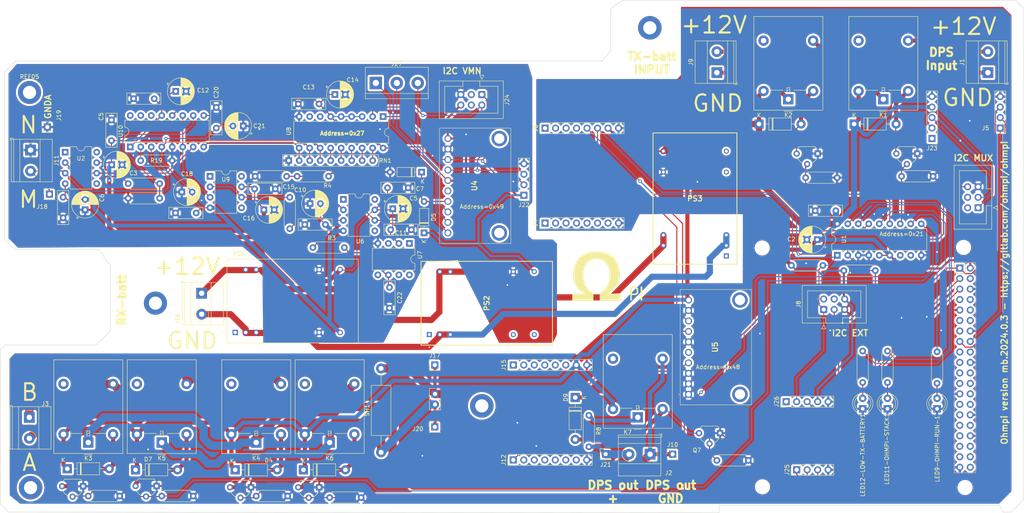
<source format=kicad_pcb>
(kicad_pcb (version 20221018) (generator pcbnew)
  (title_block (comment 4 "AISLER Project ID: WKFZBMTY"))
  (layers (0 "F.Cu" signal) (31 "B.Cu" signal) (34 "B.Paste" user) (35 "F.Paste" user) (36 "B.SilkS" user "B.Silkscreen") (37 "F.SilkS" user "F.Silkscreen") (38 "B.Mask" user) (39 "F.Mask" user) (44 "Edge.Cuts" user))
  (net 0 "")
  (net 1 "5VD")
  (net 2 "GNDD")
  (net 3 "GNDA")
  (net 6 "SDA1")
  (net 8 "SCL1")
  (net 10 "SCL2")
  (net 11 "SDA2")
  (net 13 "AN")
  (net 18 "Net-(U7-VOUT)")
  (net 19 "3V3")
  (net 20 "Net-(D1-A)")
  (net 21 "Net-(D2-A)")
  (net 22 "Net-(D5-A)")
  (net 23 "Net-(D9-A)")
  (net 24 "SDA3")
  (net 25 "SCL3")
  (net 26 "Net-(LED11-OHMPI-STACK1-A)")
  (net 27 "Net-(LED12-LOW-TX-BATTERY1-A)")
  (net 51 "Net-(D3-A)")
  (net 52 "Net-(D4-A)")
  (net 53 "Net-(D7-A)")
  (net 54 "Net-(D8-A)")
  (net 55 "+12V_TX_bat")
  (net 56 "GND_TX_bat")
  (net 57 "/Vmn_measurement/Electrode_M")
  (net 58 "GNDPWR")
  (net 59 "+12V")
  (net 61 "-12V_A")
  (net 62 "+12V_A")
  (net 69 "5VA")
  (net 72 "GP2")
  (net 73 "GP3")
  (net 74 "GP0")
  (net 75 "GP1")
  (net 93 "Net-(J14-Pin_2)")
  (net 97 "/Current_injection_and_measurement/A")
  (net 98 "/Current_injection_and_measurement/B")
  (net 99 "GP4")
  (net 100 "GP5")
  (net 101 "GP6")
  (net 102 "GP7")
  (net 112 "Net-(U6-+)")
  (net 113 "Net-(U6--)")
  (net 114 "Net-(U9--)")
  (net 115 "Net-(U2--)")
  (net 120 "Net-(RN1-R4)")
  (net 121 "Net-(RN1-R5)")
  (net 122 "SDA1_3V3")
  (net 123 "SCL1_3V3")
  (net 124 "Net-(RN1-R6)")
  (net 125 "Net-(RN1-R7)")
  (net 126 "Net-(RN1-R8)")
  (net 131 "Net-(R23-Pad2)")
  (net 132 "MNGP0")
  (net 133 "MNGP1")
  (net 134 "MNGP2")
  (net 135 "SDA3_3V3")
  (net 136 "SCL3_3V3")
  (net 138 "Net-(R19-Pad1)")
  (net 150 "Net-(U9-+)")
  (net 152 "Net-(LED9-OHMPI-RUN-1-A)")
  (net 153 "/Relay_switch_DPS/out_12v_DPS")
  (net 154 "/Relay_switch_DPS/out_GND_DPS")
  (net 155 "/Current_injection_and_measurement/Input_DPS_+_alim")
  (net 156 "/Current_injection_and_measurement/Input_DPS_GND_alim")
  (net 157 "Net-(K7-Pad1)")
  (net 158 "Net-(J27-Pin_1)")
  (net 159 "Net-(J27-Pin_2)")
  (net 160 "Net-(J27-Pin_3)")
  (footprint "Connector_PinHeader_2.54mm:PinHeader_1x01_P2.54mm_Vertical" (layer "F.Cu") (at 26.162 77.978)
    (fp_text reference "J18")
    (fp_text value "ELEC_M" hide)
  )
  (footprint "MountingHole:MountingHole_3.2mm_M3" (layer "F.Cu") (at 198.74 148.89)
    (fp_text reference "REF01" hide)
    (fp_text value "MountingHole_3.2mm_M3" hide)
  )
  (footprint "Package_DIP:DIP-8_W7.62mm" (layer "F.Cu") (at 65.034 73.67)
    (fp_text reference "U9")
    (fp_text value "OP07")
  )
  (footprint "Capacitor_THT:CP_Radial_D6.3mm_P2.50mm" (layer "F.Cu") (at 73.064379 61.468 180)
    (fp_text reference "C21")
    (fp_text value "10uF")
  )
  (footprint "Resistor_THT:R_Axial_DIN0207_L6.3mm_D2.5mm_P7.62mm_Horizontal" (layer "F.Cu") (at 43.18 151.13 180)
    (fp_text reference "R6" hide)
    (fp_text value "100k")
  )
  (footprint "TerminalBlock_Phoenix:TerminalBlock_Phoenix_MKDS-1,5-2-5.08_1x02_P5.08mm_Horizontal" (layer "F.Cu") (at 253.305 48.545 90)
    (fp_text reference "J1")
    (fp_text value "DPS_out_12v_GND" hide)
  )
  (footprint "Resistor_THT:R_Axial_DIN0207_L6.3mm_D2.5mm_P7.62mm_Horizontal" (layer "F.Cu") (at 240.03 73.66 180)
    (fp_text reference "R1" hide)
    (fp_text value "100k")
  )
  (footprint "Resistor_THT:R_Axial_DIN0207_L6.3mm_D2.5mm_P7.62mm_Horizontal" (layer "F.Cu") (at 86.106 73.66)
    (fp_text reference "R4")
    (fp_text value "100k")
  )
  (footprint "TerminalBlock_Phoenix:TerminalBlock_Phoenix_MKDS-1,5-2-5.08_1x02_P5.08mm_Horizontal" (layer "F.Cu") (at 187.695 48.545 90)
    (fp_text reference "J9")
    (fp_text value "TX_bat" hide)
  )
  (footprint "Relay_THT:Relay_SPDT_Omron-G5LE-1" (layer "F.Cu") (at 93.98 138.1675 180)
    (fp_text reference "K6")
    (fp_text value "G5LE-1")
  )
  (footprint "Resistor_THT:R_Axial_DIN0207_L6.3mm_D2.5mm_P7.62mm_Horizontal" (layer "F.Cu") (at 89.916 90.932)
    (fp_text reference "R3")
    (fp_text value "100K")
  )
  (footprint "Relay_THT:Relay_SPDT_Omron-G5LE-1" (layer "F.Cu") (at 228 55 180)
    (fp_text reference "K1")
    (fp_text value "G5LE-1")
  )
  (footprint "Connector_PinHeader_2.54mm:PinHeader_1x01_P2.54mm_Vertical" (layer "F.Cu") (at 119.43 134.38)
    (fp_text reference "J20")
    (fp_text value "shunt +")
  )
  (footprint "Relay_THT:Relay_SPDT_Omron-G5LE-1" (layer "F.Cu") (at 76.2 138.1675 180)
    (fp_text reference "K4")
    (fp_text value "G5LE-1")
  )
  (footprint "Package_DIP:DIP-8_W7.62mm" (layer "F.Cu") (at 113.274 89.926 -90)
    (fp_text reference "U7")
    (fp_text value "REF03GP")
  )
  (footprint "Diode_THT:D_DO-35_SOD27_P7.62mm_Horizontal" (layer "F.Cu") (at 116.84 87.376 90)
    (fp_text reference "D5")
    (fp_text value "BAT86")
  )
  (footprint "Diode_THT:D_DO-41_SOD81_P10.16mm_Horizontal" (layer "F.Cu") (at 71.12 144.78)
    (fp_text reference "D4")
    (fp_text value "1N4001")
  )
  (footprint "Resistor_THT:R_Axial_DIN0207_L6.3mm_D2.5mm_P7.62mm_Horizontal" (layer "F.Cu") (at 209.19 74)
    (fp_text reference "R2" hide)
    (fp_text value "100k")
  )
  (footprint "Connector_PinHeader_2.54mm:PinHeader_1x05_P2.54mm_Vertical" (layer "F.Cu") (at 204.475 128.27 90)
    (fp_text reference "J26")
    (fp_text value "Conn_01x05_Socket" hide)
  )
  (footprint "Package_DIP:DIP-8_W7.62mm" (layer "F.Cu") (at 29.972 67.818)
    (fp_text reference "U2")
    (fp_text value "OP07")
  )
  (footprint "Resistor_THT:R_Axial_DIN0207_L6.3mm_D2.5mm_P7.62mm_Horizontal" (layer "F.Cu") (at 229 116 -90)
    (fp_text reference "R12" hide)
    (fp_text value "330 ohms")
  )
  (footprint "TerminalBlock_Phoenix:TerminalBlock_Phoenix_MKDS-1,5-2-5.08_1x02_P5.08mm_Horizontal" (layer "F.Cu") (at 21.59 67.31 -90)
    (fp_text reference "J11")
    (fp_text value "Screw_Terminal_VMN" hide)
  )
  (footprint "Connector_PinHeader_2.54mm:PinHeader_1x08_P2.54mm_Vertical" (layer "F.Cu") (at 146.125 85 90)
    (fp_text reference "J4")
    (fp_text value "Conn_01x08_Socket")
  )
  (footprint "Resistor_THT:R_Axial_DIN0207_L6.3mm_D2.5mm_P7.62mm_Horizontal" (layer "F.Cu") (at 223 116 -90)
    (fp_text reference "R13" hide)
    (fp_text value "330 ohms")
  )
  (footprint "Connector_PinHeader_2.54mm:PinHeader_1x08_P2.54mm_Vertical" (layer "F.Cu") (at 146.125 62 90)
    (fp_text reference "J6")
    (fp_text value "Conn_01x08_Socket")
  )
  (footprint "Connector_PinHeader_2.54mm:PinHeader_1x04_P2.54mm_Vertical" (layer "F.Cu") (at 141 78.25 180)
    (fp_text reference "J22")
    (fp_text value "Conn_01x04_Socket" hide)
  )
  (footprint "Capacitor_THT:C_Disc_D8.0mm_W2.5mm_P5.00mm" (layer "F.Cu") (at 29.464 78.73 -90)
    (fp_text reference "C4" hide)
    (fp_text value "100nF")
  )
  (footprint "Connector_IDC:IDC-Header_2x03_P2.54mm_Vertical" (layer "F.Cu") (at 250.9425 81.285 180)
    (fp_text reference "J13" hide)
    (fp_text value "Connector_I2C_for_mux" hide)
  )
  (footprint "Package_DIP:DIP-18_W7.62mm" (layer "F.Cu") (at 216.85 92.8 90)
    (fp_text reference "U1")
    (fp_text value "MCP23008-xP")
  )
  (footprint "TerminalBlock:TerminalBlock_bornier-3_P5.08mm" (layer "F.Cu") (at 105.156 51.054)
    (fp_text reference "J27")
    (fp_text value "Screw_Terminal_01x03")
  )
  (footprint "Connector_IDC:IDC-Header_2x03_P2.54mm_Vertical" (layer "F.Cu") (at 213.56 105.9375 90)
    (fp_text reference "J8")
    (fp_text value "Connector_I2C_for_MCP23008" hide)
  )
  (footprint "MountingHole:MountingHole_3.2mm_M3_DIN965_Pad" (layer "F.Cu") (at 51.816 104.394)
    (fp_text reference "REF04" hide)
    (fp_text value "MountingHole_3.2mm_M3_DIN965_Pad" hide)
  )
  (footprint "THD_15-1222N:CONV_THD_15-1222N" (layer "F.Cu") (at 85.02 103.886)
    (fp_text reference "PS1")
    (fp_text value "THD_15-1222N")
  )
  (footprint "Connector_PinHeader_2.54mm:PinHeader_1x02_P2.54mm_Vertical" (layer "F.Cu") (at 119.475 126.395)
    (fp_text reference "J14" hide)
    (fp_text value "Conn_01x02_Socket" hide)
  )
  (footprint "Resistor_THT:R_Axial_DIN0207_L6.3mm_D2.5mm_P7.62mm_Horizontal" (layer "F.Cu") (at 48.245 69.86)
    (fp_text reference "R19")
    (fp_text value "100k")
  )
  (footprint "Package_TO_SOT_THT:TO-92L_Wide" (layer "F.Cu") (at 91.45 149.01 180)
    (fp_text reference "Q6" hide)
    (fp_text value "ZVN4206ASTZ" hide)
  )
  (footprint "Connector_IDC:IDC-Header_2x03_P2.54mm_Vertical" (layer "F.Cu") (at 130.81 53.8575 -90)
    (fp_text reference "J24")
    (fp_text value "Connector_I2C_for_MC" hide)
  )
  (footprint "Capacitor_THT:CP_Radial_D6.3mm_P2.50mm" (layer "F.Cu") (at 34.788 81.778 90)
    (fp_text reference "C6")
    (fp_text value "10uF")
  )
  (footprint "Package_TO_SOT_THT:TO-92L_Wide" (layer "F.Cu") (at 188.468 135.89 180)
    (fp_text reference "Q7")
    (fp_text value "ZVN4206ASTZ" hide)
  )
  (footprint "TerminalBlock_Phoenix:TerminalBlock_Phoenix_MKDS-1,5-2-5.08_1x02_P5.08mm_Horizontal" (layer "F.Cu") (at 21.285 132.075 -90)
    (fp_text reference "J3")
    (fp_text value "Screw_Terminal_AB" hide)
  )
  (footprint "Diode_THT:D_DO-35_SOD27_P7.62mm_Horizontal" (layer "F.Cu") (at 116.232077 72.644 180)
    (fp_text reference "D6" hide)
    (fp_text value "BAT86")
  )
  (footprint "Package_TO_SOT_THT:TO-92L_Wide" (layer "F.Cu") (at 52.08 148.7 180)
    (fp_text reference "Q5" hide)
    (fp_text value "ZVN4206ASTZ" hide)
  )
  (footprint "Package_TO_SOT_THT:TO-92L_Wide" (layer "F.Cu") (at 236.23 68.16 180)
    (fp_text reference "Q1" hide)
    (fp_text value "ZVN4206ASTZ" hide)
  )
  (footprint "Resistor_THT:R_Axial_DIN0207_L6.3mm_D2.5mm_P7.62mm_Horizontal" (layer "F.Cu") (at 60.96 151.13 180)
    (fp_text reference "R15" hide)
    (fp_text value "100k")
  )
  (footprint "Resistor_THT:R_Axial_DIN0207_L6.3mm_D2.5mm_P7.62mm_Horizontal" (layer "F.Cu") (at 45.212 75.438)
    (fp_text reference "R23" hide)
    (fp_text value "100k")
  )
  (footprint "Capacitor_THT:C_Disc_D8.0mm_W2.5mm_P5.00mm" (layer "F.Cu") (at 75.819621 76.708)
    (fp_text reference "C15")
    (fp_text value "100nF" hide)
  )
  (footprint "Capacitor_THT:C_Disc_D8.0mm_W2.5mm_P5.00mm" (layer "F.Cu") (at 41.178 65.014 90)
    (fp_text reference "C5")
    (fp_text value "100nF")
  )
  (footprint "Capacitor_THT:CP_Radial_D6.3mm_P2.50mm" (layer "F.Cu") (at 212 89 180)
    (fp_text reference "C2")
    (fp_text value "10uF")
  )
  (footprint "TerminalBlock_Phoenix:TerminalBlock_Phoenix_MKDS-1,5-2-5.08_1x02_P5.08mm_Horizontal" (layer "F.Cu") (at 171.545 141 180)
    (fp_text reference "J2")
    (fp_text value "DPS5005_input_0_to_50V" hide)
  )
  (footprint "Capacitor_THT:CP_Radial_D6.3mm_P2.50mm" (layer "F.Cu") (at 41.235621 70.866)
    (fp_text reference "C3")
    (fp_text value "10uF")
  )
  (footprint "Resistor_THT:R_Axial_DIN0207_L6.3mm_D2.5mm_P7.62mm_Horizontal" (layer "F.Cu") (at 226.06 96.52 180)
    (fp_text reference "R18" hide)
    (fp_text value "4.7K")
  )
  (footprint "Resistor_THT:R_Array_SIP9" (layer "F.Cu") (at 84.074 69.85)
    (fp_text reference "RN1")
    (fp_text value "R_Network08" hide)
  )
  (footprint "Resistor_THT:R_Axial_DIN0207_L6.3mm_D2.5mm_P7.62mm_Horizontal" (layer "F.Cu") (at 213.36 95.25 180)
    (fp_text reference "R17" hide)
    (fp_text value "4.7K" hide)
  )
  (footprint "Capacitor_THT:C_Disc_D8.0mm_W2.5mm_P5.00mm" (layer "F.Cu") (at 108.458 100.584 -90)
    (fp_text reference "C22")
    (fp_text value "100nF")
  )
  (footprint "Resistor_THT:R_Axial_DIN0207_L6.3mm_D2.5mm_P7.62mm_Horizontal" (layer "F.Cu") (at 84.328 78.74 -90)
    (fp_text reference "R5" hide)
    (fp_text value "100k" hide)
  )
  (footprint "MountingHole:MountingHole_3.2mm_M3_DIN965_Pad" (layer "F.Cu") (at 21.336 53.34)
    (fp_text reference "REF05")
    (fp_text value "MountingHole_3.2mm_M3_DIN965_Pad" hide)
  )
  (footprint "Capacitor_THT:CP_Radial_D6.3mm_P2.50mm" (layer "F.Cu") (at 109.26 81.534)
    (fp_text reference "C5")
    (fp_text value "10uF")
  )
  (footprint "LED_THT:LED_D4.0mm" (layer "F.Cu") (at 241 130 90)
    (fp_text reference "LED9-OHMPI-RUN-1")
    (fp_text value "LED" hide)
  )
  (footprint "Diode_THT:D_DO-41_SOD81_P10.16mm_Horizontal" (layer "F.Cu") (at 46.99 144.78)
    (fp_text reference "D7")
    (fp_text value "1N4001")
  )
  (footprint "Diode_THT:D_DO-41_SOD81_P10.16mm_Horizontal" (layer "F.Cu") (at 197.92 61)
    (fp_text reference "D2" hide)
    (fp_text value "1N4001")
  )
  (footprint "Resistor_THT:R_Axial_DIN0207_L6.3mm_D2.5mm_P7.62mm_Horizontal" (layer "F.Cu") (at 83.82 151.13 180)
    (fp_text reference "R7" hide)
    (fp_text value "100k")
  )
  (footprint "MountingHole:MountingHole_3.2mm_M3_ISO7380_Pad" (layer "F.Cu") (at 21.59 149.098)
    (fp_text reference "REF**" hide)
    (fp_text value "MountingHole_3.2mm_M3_ISO7380_Pad" hide)
  )
  (footprint "MountingHole:MountingHole_3.2mm_M3" (layer "F.Cu") (at 247.42 90.9)
    (fp_text reference "REF03" hide)
    (fp_text value "MountingHole_3.2mm_M3" hide)
  )
  (footprint "1085:1085" (layer "F.Cu") (at 180.848 126.492 -90)
    (fp_text reference "U5")
    (fp_text value "1085" hide)
  )
  (footprint "Resistor_THT:R_Axial_DIN0207_L6.3mm_D2.5mm_P7.62mm_Horizontal" (layer "F.Cu") (at 195.326 142.494 180)
    (fp_text reference "R9" hide)
    (fp_text value "100k")
  )
  (footprint "Connector_PinHeader_2.54mm:PinHeader_1x08_P2.54mm_Vertical" (layer "F.Cu") (at 138.43 142.38 90)
    (fp_text reference "J12")
    (fp_text value "Conn_01x08_Socket" hide)
  )
  (footprint "MountingHole:MountingHole_3.2mm_M3" (layer "F.Cu") (at 198.67 91.03)
    (fp_text reference "REF2" hide)
    (fp_text value "MountingHole_3.2mm_M3" hide)
  )
  (footprint "Capacitor_THT:CP_Radial_D6.3mm_P2.50mm" (layer "F.Cu") (at 56.729621 53.086)
    (fp_text reference "C12")
    (fp_text value "10uF")
  )
  (footprint "Connector_PinHeader_2.54mm:PinHeader_1x01_P2.54mm_Vertical" (layer "F.Cu") (at 119.43 119.38)
    (fp_text reference "J17")
    (fp_text value "DPS GND")
  )
  (footprint "Diode_THT:D_DO-41_SOD81_P10.16mm_Horizontal" (layer "F.Cu") (at 87.63 144.78)
    (fp_text reference "D8" hide)
    (fp_text value "1N4001")
  )
  (footprint "Diode_THT:D_DO-41_SOD81_P10.16mm_Horizontal" (layer "F.Cu") (at 220.92 61)
    (fp_text reference "D1" hide)
    (fp_text value "1N4001")
  )
  (footprint "Connector_PinHeader_2.54mm:PinHeader_1x01_P2.54mm_Vertical" (layer "F.Cu") (at 25.654 61.722)
    (fp_text reference "J19")
    (fp_text value "ELEC_N" hide)
  )
  (footprint "THD_15-1211N:THD151211N" (layer "F.Cu") (at 189.992 92.964 180)
    (fp_text reference "PS3")
    (fp_text value "THD_15-1211N" hide)
  )
  (footprint "Package_DIP:DIP-18_W7.62mm" (layer "F.Cu") (at 106.924 59.192 -90)
    (fp_text reference "U8")
    (fp_text value "MCP23008-xP" hide)
  )
  (footprint "LED_THT:LED_D4.0mm" (layer "F.Cu") (at 229 130 90)
    (fp_text reference "LED11-OHMPI-STACK1")
    (fp_text value "LED" hide)
  )
  (footprint "Package_TO_SOT_THT:TO-92L_Wide" (layer "F.Cu") (at 74.94 149.01 180)
    (fp_text reference "Q4" hide)
    (fp_text value "ZVN4206ASTZ" hide)
  )
  (footprint "Diode_THT:D_DO-41_SOD81_P10.16mm_Horizontal" (layer "F.Cu") (at 30.48 144.5175)
    (fp_text reference "D3" hide)
    (fp_text value "1N4001")
  )
  (footprint "Relay_THT:Relay_SPDT_Omron-G5LE-1" (layer "F.Cu") (at 205 55 180)
    (fp_text reference "K2")
    (fp_text value "G5LE-1")
  )
  (footprint "MountingHole:MountingHole_3.2mm_M3" (layer "F.Cu") (at 247.78 149.06)
    (fp_text reference "REF00" hide)
    (fp_text value "MountingHole_3.2mm_M3" hide)
  )
  (footprint "Capacitor_THT:CP_Radial_D6.3mm_P2.50mm" (layer "F.Cu") (at 95.25 53.848)
    (fp_text reference "C14")
    (fp_text value "10uF")
  )
  (footprint "Relay_THT:Relay_SPDT_Omron-G5LE-1" (layer "F.Cu") (at 168.56 132.056 180)
    (fp_text reference "K7")
    (fp_text value "G5LE-1")
  )
  (footprint "MountingHole:MountingHole_3.2mm_M3_ISO7380_Pad" (layer "F.Cu") (at 171.48 37.69)
    (fp_text reference "REF**" hide)
    (fp_text value "MountingHole_3.2mm_M3_ISO7380_Pad" hide)
  )
  (footprint "ohmpi_logo:ohmpi_logo" (layer "F.Cu") (at 161.036 97.79)
    (fp_text reference "G***" hide)
    (fp_text value "LOGO" hide)
  )
  (footprint "Capacitor_THT:C_Disc_D8.0mm_W2.5mm_P5.00mm" (layer "F.Cu") (at 108.752 86.614)
    (fp_text reference "C11")
    (fp_text value "100nF")
  )
  (footprint "Capacitor_THT:C_Disc_D8.0mm_W2.5mm_P5.00mm" (layer "F.Cu") (at 61.682 82.55 180)
    (fp_text reference "C17" hide)
    (fp_text value "100nF")
  )
  (footprint "Capacitor_THT:C_Disc_D8.0mm_W2.5mm_P5.00mm" (layer "F.Cu") (at 107.99 76.454)
    (fp_text reference "C7")
    (fp_text value "100nF")
  )
  (footprint "Connector_PinHeader_2.54mm:PinHeader_1x05_P2.54mm_Vertical" (layer "F.Cu") (at 239.776 64.511 180)
    (fp_text reference "J23")
    (fp_text value "Conn_01x05_Socket" hide)
  )
  (footprint "Diode_THT:D_DO-41_SOD81_P10.16mm_Horizontal" (layer "F.Cu") (at 153.416 127.254 -90)
    (fp_text reference "D9")
    (fp_text value "1N4001")
  )
  (footprint "Capacitor_THT:CP_Radial_D6.3mm_P2.50mm" (layer "F.Cu") (at 58.206 77.47)
    (fp_text reference "C18")
    (fp_text value "10uF")
  )
  (footprint "Capacitor_THT:C_Disc_D8.0mm_W2.5mm_P5.00mm" (layer "F.Cu") (at 91.4 56.134 180)
    (fp_text reference "C13")
    (fp_text value "100nF")
  )
  (footprint "Package_TO_SOT_THT:TO-92L_Wide" (layer "F.Cu") (at 34.3 148.7475 180)
    (fp_text reference "Q3" hide)
    (fp_text value "ZVN4206ASTZ" hide)
  )
  (footprint "Capacitor_THT:CP_Radial_D6.3mm_P2.50mm" (layer "F.Cu") (at 78.065621 81.788)
    (fp_text reference "C16")
    (fp_text value "10uF")
  )
  (footprint "Package_DIP:DIP-8_W7.62mm" (layer "F.Cu") (at 97.292 79.258)
    (fp_text reference "U6")
    (fp_text value "OP07")
  )
  (footprint "Resistor_THT:R_Axial_DIN0207_L6.3mm_D2.5mm_P7.62mm_Horizontal" (layer "F.Cu") (at 101.6 151.5 180)
    (fp_text reference "R16" hide)
    (fp_text value "100k")
  )
  (footprint "Capacitor_THT:CP_Radial_D6.3mm_P2.50mm" (layer "F.Cu") (at 89.241621 80.264)
    (fp_text reference "C10")
    (fp_text value "10uF")
  )
  (footprint "Resistor_THT:R_Axial_DIN0207_L6.3mm_D2.5mm_P7.62mm_Horizontal" (layer "F.Cu") (at 241 116.19 -90)
    (fp_text reference "R10" hide)
    (fp_text value "330 ohms")
  )
  (footprint "Resistor_THT:R_Axial_DIN0207_L6.3mm_D2.5mm_P7.62mm_Horizontal" (layer "F.Cu") (at 52.832 78.994 180)
    (fp_text reference "R24" hide)
    (fp_text value "100k")
  )
  (footprint "Connector_PinHeader_2.54mm:PinHeader_1x01_P2.54mm_Vertical" (layer "F.Cu") (at 177 141)
    (fp_text reference "J10")
    (fp_text value "DPS+")
  )
  (footprint "LED_THT:LED_D4.0mm" (layer "F.Cu") (at 223 130 90)
    (fp_text reference "LED12-LOW-TX-BATTERY1")
    (fp_text value "LED" hide)
  )
  (footprint "Connector_PinHeader_2.54mm:PinHeader_1x04_P2.54mm_Vertical" (layer "F.Cu") (at 207.02 144.78 90)
    (fp_text reference "J25")
    (fp_text value "Conn_01x04_Socket" hide)
  )
  (footprint "Connector_PinHeader_2.54mm:PinHeader_1x01_P2.54mm_Vertical" (layer "F.Cu") (at 160.782 140.97)
    (fp_text reference "J21")
    (fp_text value "shunt -")
  )
  (footprint "Capacitor_THT:C_Disc_D8.0mm_W2.5mm_P5.00mm" (layer "F.Cu") (at 51.522 54.864 180)
    (fp_text reference "C19" hide)
    (fp_text value "100nF")
  )
  (footprint "Capacitor_THT:C_Disc_D8.0mm_W2.5mm_P5.00mm" (layer "F.Cu") (at 92.964 85.344 180)
    (fp_text reference "C8" hide)
    (fp_text value "100nF" hide)
  )
  (footprint "Capacitor_THT:C_Disc_D8.0mm_W2.5mm_P5.00mm" (layer "F.Cu") (at 66.548 61.976 90)
    (fp_text reference "C20")
    (fp_text value "100nF")
  )
  (footprint "TerminalBlock_Phoenix:TerminalBlock_Phoenix_MKDS-1,5-2-5.08_1x02_P5.08mm_Horizontal" (layer "F.Cu") (at 63 102 -90)
    (fp_text reference "J16")
    (fp_text value "RX_bat" hide)
  )
  (footprint "Resistor_THT:R_Axial_DIN0207_L6.3mm_D2.5mm_P7.62mm_Horizontal" (layer "F.Cu") (at 75.946 73.66)
    (fp_text reference "R26" hide)
    (fp_text value "100k")
  )
  (footprint "Capacitor_THT:C_Disc_D8.0mm_W2.5mm_P5.00mm" (layer "F.Cu") (at 216.5 82 180)
    (fp_text reference "C1" hide)
    (fp_text value "100nF")
  )
  (footprint "Relay_THT:Relay_SPDT_Omron-G5LE-1" (layer "F.Cu") (at 35.56 138.1675 180)
    (fp_text reference "K3")
    (fp_text value "G5LE-1")
  )
  (footprint "Resistor_THT:R_Axial_DIN0414_L11.9mm_D4.5mm_P20.32mm_Horizontal" (layer "F.Cu") (at 106.43 140.54 90)
    (fp_text reference "SH1")
    (fp_text value "2 ohms")
  )
  (footprint "MountingHole:MountingHole_3.2mm_M3_ISO7380_Pad" (layer "F.Cu") (at 130.81 129.286)
    (fp_text reference "REF**" hide)
    (fp_text value "MountingHole_3.2mm_M3_ISO7380_Pad" hide)
  )
  (footprint "1085:1085" (layer "F.Cu") (at 122.6 87.376 -90)
    (fp_text reference "U4")
    (fp_text value "1085" hide)
  )
  (footprint "Connector_PinHeader_2.54mm:PinHeader_1x08_P2.54mm_Vertical" (layer "F.Cu") (at 138.43 119.38 90)
    (fp_text reference "J15")
    (fp_text value "Conn_01x08_Socket" hide)
  )
  (footprint "Relay_THT:Relay_SPDT_Omron-G5LE-1" (layer "F.Cu") (at 53.34 138.1675 180)
    (fp_text reference "K5")
    (fp_text value "G5LE-1")
  )
  (footprint "Package_DIP:DIP-16_W7.62mm" (layer "F.Cu") (at 45.72 66.548 90)
    (fp_text reference "U10")
    (fp_text value "DG411xJ")
  )
  (footprint "THD_15-1211N:THD151211N" (layer "F.Cu") (at 118.11 112.014 90)
    (fp_text reference "PS2")
    (fp_text value "THD_15-1211N" hide)
  )
  (footprint "Package_TO_SOT_THT:TO-92L_Wide" (layer "F.Cu") (at 212.1 68.16 180)
    (fp_text reference "Q2" hide)
    (fp_text value "ZVN4206ASTZ" hide)
  )
  (footprint "Connector_PinHeader_2.54mm:PinHeader_1x04_P2.54mm_Vertical" (layer "F.Cu") (at 256.286 61.976 180)
    (fp_text reference "J5")
    (fp_text value "Conn_01x04_Socket" hide)
  )
  (footprint "Resistor_THT:R_Axial_DIN0207_L6.3mm_D2.5mm_P7.62mm_Horizontal" (layer "F.Cu") (at 156.718 131.572 -90)
    (fp_text reference "R8")
    (fp_text value "1k")
  )
  (footprint "Connector_PinSocket_2.54mm:PinSocket_2x20_P2.54mm_Vertical" (layer "B.Cu") (at 246.5 95.9 180)
    (fp_text reference "J7")
    (fp_text value "Raspberry_Pi_2_3")
  )
  (gr_line (start 165 31) (end 162 33) (stroke (width 0.1)) (layer "Edge.Cuts"))
  (gr_line (start 37.338 114.554) (end 15.494 114.554) (stroke (width 0.1)) (layer "Edge.Cuts"))
  (gr_line (start 162 33) (end 162 43.18) (stroke (width 0.1)) (layer "Edge.Cuts"))
  (gr_line (start 18.034 45.72) (end 15.24 48.514) (stroke (width 0.1)) (layer "Edge.Cuts"))
  (gr_line (start 256.98 155.02) (end 259 155) (stroke (width 0.1)) (layer "Edge.Cuts"))
  (gr_line (start 15.24 88.9) (end 17.78 91.44) (stroke (width 0.1)) (layer "Edge.Cuts"))
  (gr_line (start 160.02 45.72) (end 18.034 45.72) (stroke (width 0.1)) (layer "Edge.Cuts"))
  (gr_line (start 260 31) (end 165 31) (stroke (width 0.1)) (layer "Edge.Cuts"))
  (gr_line (start 27 104) (end 27 104) (stroke (width 0.1)) (layer "Edge.Cuts"))
  (gr_line (start 262 152) (end 262 33) (stroke (width 0.1)) (layer "Edge.Cuts"))
  (gr_line (start 38.1 91.44) (end 40.894 95.25) (stroke (width 0.1)) (layer "Edge.Cuts"))
  (gr_line (start 17.78 91.44) (end 38.1 91.44) (stroke (width 0.1)) (layer "Edge.Cuts"))
  (gr_line (start 15.494 114.554) (end 14.24 115.57) (stroke (width 0.1)) (layer "Edge.Cuts"))
  (gr_line (start 162 43.18) (end 160.02 45.72) (stroke (width 0.1)) (layer "Edge.Cuts"))
  (gr_line (start 14.24 153) (end 16.24 155) (stroke (width 0.1)) (layer "Edge.Cuts"))
  (gr_line (start 14.24 115.57) (end 14.24 153) (stroke (width 0.1)) (layer "Edge.Cuts"))
  (gr_line (start 259 155) (end 262 152) (stroke (width 0.1)) (layer "Edge.Cuts"))
  (gr_line (start 40.894 111.252) (end 40.894 95.25) (stroke (width 0.1)) (layer "Edge.Cuts"))
  (gr_line (start 188.27 153.4) (end 188.214 155.194) (stroke (width 0.1)) (layer "Edge.Cuts"))
  (gr_line (start 15.24 48.514) (end 15.24 88.9) (stroke (width 0.1)) (layer "Edge.Cuts"))
  (gr_line (start 256.032 153.416) (end 256.98 155.02) (stroke (width 0.1)) (layer "Edge.Cuts"))
  (gr_line (start 40.894 111.252) (end 37.338 114.554) (stroke (width 0.1)) (layer "Edge.Cuts"))
  (gr_line (start 16.24 155) (end 188.214 155.194) (stroke (width 0.1)) (layer "Edge.Cuts"))
  (gr_line (start 188.27 153.4) (end 256.032 153.416) (stroke (width 0.1)) (layer "Edge.Cuts"))
  (gr_line (start 260 31) (end 262 33) (stroke (width 0.1)) (layer "Edge.Cuts"))
  (gr_text "M" (at 21.082 79.248) (layer "F.SilkS") (effects (font (size 4 4) (thickness 0.5))))
  (gr_text "I2C EXT" (at 215.392 112.522) (layer "F.SilkS") (effects (font (size 1.5 1.5) (thickness 0.3) bold) (justify left bottom)))
  (gr_text "+12V" (at 187 37) (layer "F.SilkS") (effects (font (size 4 4) (thickness 0.5))))
  (gr_text "DPS out\nGND" (at 176.53 150.114) (layer "F.SilkS") (effects (font (size 2 2) (thickness 0.5))))
  (gr_text "Address=0x27" (at 97.028 63.246) (layer "F.SilkS") (effects (font (size 1 1) (thickness 0.25))))
  (gr_text "B" (at 21.336 125.984) (layer "F.SilkS") (effects (font (size 4 4) (thickness 0.5))))
  (gr_text "RX-batt" (at 43.688 103.632 90) (layer "F.SilkS") (effects (font (size 2 2) (thickness 0.5))))
  (gr_text "Address=0x49" (at 130.81 81.026) (layer "F.SilkS") (effects (font (size 1 1))))
  (gr_text "GND" (at 248.412 54.61) (layer "F.SilkS") (effects (font (size 4 4) (thickness 0.5))))
  (gr_text "GND" (at 187.932659 55.972876) (layer "F.SilkS") (effects (font (size 4 4) (thickness 0.5))))
  (gr_text "DPS\nInput" (at 242.062 45.212) (layer "F.SilkS") (effects (font (size 2 2) (thickness 0.5))))
  (gr_text "GND" (at 60.706 113.538) (layer "F.SilkS") (effects (font (size 4 4) (thickness 0.5))))
  (gr_text "Ohmpi version mb.2024.0.3 - https://gitlab.com/ohmpi/ohmpi" (at 257.302 101.854 90) (layer "F.SilkS") (effects (font (size 1.5 1.5) (thickness 0.3) bold)))
  (gr_text "GNDA" (at 26.67 59.944 90) (layer "F.SilkS") (effects (font (size 1.5 1.5) (thickness 0.3) bold) (justify left bottom)))
  (gr_text "I2C VMN" (at 121.158 49.022) (layer "F.SilkS") (effects (font (size 1.5 1.5) (thickness 0.3) bold) (justify left bottom)))
  (gr_text "I2C MUX" (at 244.856 70.104) (layer "F.SilkS") (effects (font (size 1.5 1.5) (thickness 0.3) bold) (justify left bottom)))
  (gr_text "+12V" (at 59.436 95.504) (layer "F.SilkS") (effects (font (size 4 4) (thickness 0.5))))
  (gr_text "DPS out\n+" (at 162.56 150.114) (layer "F.SilkS") (effects (font (size 2 2) (thickness 0.5))))
  (gr_text "+12V" (at 247.396 37.338) (layer "F.SilkS") (effects (font (size 4 4) (thickness 0.5))))
  (gr_text "N" (at 21.082 61.214) (layer "F.SilkS") (effects (font (size 4 4) (thickness 0.5))))
  (gr_text "A" (at 21.336 143.002) (layer "F.SilkS") (effects (font (size 4 4) (thickness 0.5))))
  (gr_text "Address=0x21" (at 232.41 87.63) (layer "F.SilkS") (effects (font (size 1 1))))
  (gr_text "TX-batt\nINPUT" (at 171.958 46.228) (layer "F.SilkS") (effects (font (size 2 2) (thickness 0.5))))
  (gr_text "Address=0x48" (at 187.96 119.888) (layer "F.SilkS") (effects (font (size 1 1))))
  (segment (start 246.385 76.205) (end 246.38 76.2) (width 0.25) (layer "F.Cu") (net 1))
  (segment (start 242 96) (end 244 94) (width 0.5) (layer "F.Cu") (net 1))
  (segment (start 241.3 88.9) (end 231.14 88.9) (width 0.25) (layer "F.Cu") (net 1))
  (segment (start 199 53) (end 197.92 54.08) (width 1) (layer "F.Cu") (net 1))
  (segment (start 242.57 80.01) (end 242.57 87.63) (width 0.25) (layer "F.Cu") (net 1))
  (segment (start 47.34 136.1675) (end 47.34 144.43) (width 1) (layer "F.Cu") (net 1))
  (segment (start 162.56 129.348) (end 162.56 130.056) (width 1) (layer "F.Cu") (net 1))
  (segment (start 47.34 136.1675) (end 50.1575 133.35) (width 1) (layer "F.Cu") (net 1))
  (segment (start 204.47 93.98) (end 205.74 95.25) (width 1) (layer "F.Cu") (net 1))
  (segment (start 197.92 54.08) (end 197.92 61) (width 1) (layer "F.Cu") (net 1))
  (segment (start 67.3825 133.35) (end 70.2 136.1675) (width 1) (layer "F.Cu") (net 1))
  (segment (start 242.57 87.63) (end 241.3 88.9) (width 0.25) (layer "F.Cu") (net 1))
  (segment (start 244 94) (end 248.342081 94) (width 0.5) (layer "F.Cu") (net 1))
  (segment (start 229.55 92.8) (end 232.75 96) (width 0.5) (layer "F.Cu") (net 1))
  (segment (start 232.75 96) (end 242 96) (width 0.5) (layer "F.Cu") (net 1))
  (segment (start 174.76 67.6) (end 166.965 67.6) (width 0.5) (layer "F.Cu") (net 1))
  (segment (start 229.55 90.49) (end 229.55 92.8) (width 0.25) (layer "F.Cu") (net 1))
  (segment (start 218.44 103.1975) (end 218.64 103.3975) (width 0.5) (layer "F.Cu") (net 1))
  (segment (start 87.98 136.1675) (end 87.98 144.43) (width 1) (layer "F.Cu") (net 1))
  (segment (start 248.4025 76.205) (end 246.385 76.205) (width 0.25) (layer "F.Cu") (net 1))
  (segment (start 153.416 127.254) (end 160.466 127.254) (width 1) (layer "F.Cu") (net 1))
  (segment (start 181.36 61) (end 174.76 67.6) (width 1.5) (layer "F.Cu") (net 1))
  (segment (start 70.2 143.86) (end 71.12 144.78) (width 1) (layer "F.Cu") (net 1))
  (segment (start 209.56 91.44) (end 204.47 91.44) (width 1) (layer "F.Cu") (net 1))
  (segment (start 44.5225 133.35) (end 47.34 136.1675) (width 1) (layer "F.Cu") (net 1))
  (segment (start 29.56 143.5975) (end 30.48 144.5175) (width 1) (layer "F.Cu") (net 1))
  (segment (start 180.571 72.771) (end 175.4 67.6) (width 1) (layer "F.Cu") (net 1))
  (segment (start 222 59.92) (end 220.92 61) (width 1) (layer "F.Cu") (net 1))
  (segment (start 87.98 144.43) (end 87.63 144.78) (width 1) (layer "F.Cu") (net 1))
  (segment (start 246.38 76.2) (end 242.57 80.01) (width 0.25) (layer "F.Cu") (net 1))
  (segment (start 197.92 61) (end 181.36 61) (width 1.5) (layer "F.Cu") (net 1))
  (segment (start 160.466 127.254) (end 162.56 129.348) (width 1) (layer "F.Cu") (net 1))
  (segment (start 212 89) (end 209.56 91.44) (width 1) (layer "F.Cu") (net 1))
  (segment (start 229.55 92.8) (end 227.01 92.8) (width 0.25) (layer "F.Cu") (net 1))
  (segment (start 166.965 67.6) (end 161.365 62) (width 0.5) (layer "F.Cu") (net 1))
  (segment (start 180.571 103.57) (end 180.571 72.771) (width 1) (layer "F.Cu") (net 1))
  (segment (start 249.04 94.697919) (end 249.04 95.9) (width 0.5) (layer "F.Cu") (net 1))
  (segment (start 50.1575 133.35) (end 67.3825 133.35) (width 1) (layer "F.Cu") (net 1))
  (segment (start 70.2 136.1675) (end 70.2 143.86) (width 1) (layer "F.Cu") (net 1))
  (segment (start 204.47 91.44) (end 204.47 93.98) (width 1) (layer "F.Cu") (net 1))
  (segment (start 216.85 85.18) (end 208.18 85.18) (width 1.5) (layer "F.Cu") (net 1))
  (segment (start 197.92 74.92) (end 197.92 61) (width 1.5) (layer "F.Cu") (net 1))
  (segment (start 248.342081 94) (end 249.04 94.697919) (width 0.5) (layer "F.Cu") (net 1))
  (segment (start 29.56 136.1675) (end 29.56 143.5975) (width 1) (layer "F.Cu") (net 1))
  (segment (start 208.18 85.18) (end 197.92 74.92) (width 1.5) (layer "F.Cu") (net 1))
  (segment (start 29.56 136.1675) (end 32.3775 133.35) (width 1) (layer "F.Cu") (net 1))
  (segment (start 222 53) (end 222 59.92) (width 1) (layer "F.Cu") (net 1))
  (segment (start 47.34 144.43) (end 46.99 144.78) (width 1) (layer "F.Cu") (net 1))
  (segment (start 231.14 88.9) (end 229.55 90.49) (width 0.25) (layer "F.Cu") (net 1))
  (segment (start 218.44 96.52) (end 218.44 103.1975) (width 0.5) (layer "F.Cu") (net 1))
  (segment (start 32.3775 133.35) (end 44.5225 133.35) (width 1) (layer "F.Cu") (net 1))
  (segment (start 212.09 125.222) (end 212.095 125.227) (width 0.5) (layer "B.Cu") (net 1))
  (segment (start 205.74 95.25) (end 207.01 96.52) (width 0.5) (layer "B.Cu") (net 1))
  (segment (start 223.466984 63.546984) (end 224.235016 63.546984) (width 1) (layer "B.Cu") (net 1))
  (segment (start 212.09 96.52) (end 212.995 97.425) (width 0.5) (layer "B.Cu") (net 1))
  (segment (start 225.75 89) (end 229.55 92.8) (width 1) (layer "B.Cu") (net 1))
  (segment (start 220.92 61) (end 220.92 81.11) (width 1.5) (layer "B.Cu") (net 1))
  (segment (start 214.39 96.52) (end 218.44 96.52) (width 0.5) (layer "B.Cu") (net 1))
  (segment (start 212.995 97.425) (end 213.485 97.425) (width 0.5) (layer "B.Cu") (net 1))
  (segment (start 92.0675 132.08) (end 87.98 136.1675) (width 1) (layer "B.Cu") (net 1))
  (segment (start 109.22 123.19) (end 100.33 132.08) (width 1) (layer "B.Cu") (net 1))
  (segment (start 216.5 82) (end 216.5 84.83) (width 1.5) (layer "B.Cu") (net 1))
  (segment (start 220.92 61) (end 223.466984 63.546984) (width 1) (layer "B.Cu") (net 1))
  (segment (start 224.235016 63.546984) (end 230.891 56.891) (width 1) (layer "B.Cu") (net 1))
  (segment (start 220.472 116.84) (end 212.09 125.222) (width 0.5) (layer "B.Cu") (net 1))
  (segment (start 220.472 105.2295) (end 220.472 116.84) (width 0.5) (layer "B.Cu") (net 1))
  (segment (start 207.01 96.52) (end 212.09 96.52) (width 0.5) (layer "B.Cu") (net 1))
  (segment (start 100.33 132.08) (end 92.0675 132.08) (width 1) (layer "B.Cu") (net 1))
  (segment (start 212 89) (end 225.75 89) (width 1) (layer "B.Cu") (net 1))
  (segment (start 85.1625 133.35) (end 87.98 136.1675) (width 1) (layer "B.Cu") (net 1))
  (segment (start 162.56 128.27) (end 162.56 130.056) (width 1) (layer "B.Cu") (net 1))
  (segment (start 153.67 119.38) (end 162.56 128.27) (width 1) (layer "B.Cu") (net 1))
  (segment (start 213.03 89) (end 216.85 85.18) (width 1) (layer "B.Cu") (net 1))
  (segment (start 212.095 125.227) (end 212.095 128.27) (width 0.5) (layer "B.Cu") (net 1))
  (segment (start 153.67 119.38) (end 149.86 123.19) (width 1) (layer "B.Cu") (net 1))
  (segment (start 230.891 56.891) (end 239.776 56.891) (width 1) (layer "B.Cu") (net 1))
  (segment (start 169.734 103.57) (end 156.464 116.84) (width 1) (layer "B.Cu") (net 1))
  (segment (start 149.86 123.19) (end 109.22 123.19) (width 1) (layer "B.Cu") (net 1))
  (segment (start 70.2 136.1675) (end 73.0175 133.35) (width 1) (layer "B.Cu") (net 1))
  (segment (start 218.64 103.3975) (end 220.472 105.2295) (width 0.5) (layer "B.Cu") (net 1))
  (segment (start 216.5 84.83) (end 216.85 85.18) (width 1.5) (layer "B.Cu") (net 1))
  (segment (start 212 89) (end 213.03 89) (width 1) (layer "B.Cu") (net 1))
  (segment (start 156.464 116.84) (end 154.94 116.84) (width 1) (layer "B.Cu") (net 1))
  (segment (start 180.571 103.57) (end 169.734 103.57) (width 1) (layer "B.Cu") (net 1))
  (segment (start 73.0175 133.35) (end 85.1625 133.35) (width 1) (layer "B.Cu") (net 1))
  (segment (start 213.485 97.425) (end 214.39 96.52) (width 0.5) (layer "B.Cu") (net 1))
  (segment (start 153.67 118.11) (end 153.67 119.38) (width 1) (layer "B.Cu") (net 1))
  (segment (start 154.94 116.84) (end 153.67 118.11) (width 1) (layer "B.Cu") (net 1))
  (segment (start 220.92 81.11) (end 216.85 85.18) (width 1.5) (layer "B.Cu") (net 1))
  (segment (start 188.722 135.89) (end 195.326 142.494) (width 0.25) (layer "F.Cu") (net 2))
  (segment (start 188.468 135.89) (end 188.722 135.89) (width 0.25) (layer "F.Cu") (net 2))
  (via (at 198.12 111.76) (size 0.8) (drill 0.4) (layers "F.Cu" "B.Cu") (net 2))
  (via (at 220 97) (size 0.8) (drill 0.4) (layers "F.Cu" "B.Cu") (net 2))
  (via (at 209.296 94.742) (size 0.8) (drill 0.4) (layers "F.Cu" "B.Cu") (net 2))
  (via (at 225.806 82.804) (size 0.8) (drill 0.4) (layers "F.Cu" "B.Cu") (net 2))
  (via (at 232.41 107.95) (size 0.8) (drill 0.4) (layers "F.Cu" "B.Cu") (net 2))
  (via (at 227.96551 82.95523) (size 0.8) (drill 0.4) (layers "F.Cu" "B.Cu") (net 2))
  (via (at 242 111) (size 0.8) (drill 0.4) (layers "F.Cu" "B.Cu") (net 2))
  (via (at 238.506 107.696) (size 0.8) (drill 0.4) (layers "F.Cu" "B.Cu") (net 2))
  (via (at 116.43 141.38) (size 0.8) (drill 0.4) (layers "F.Cu" "B.Cu") (net 2))
  (via (at 246.634 65.024) (size 0.8) (drill 0.4) (layers "F.Cu" "B.Cu") (net 2))
  (via (at 183 75) (size 0.8) (drill 0.4) (layers "F.Cu" "B.Cu") (net 2))
  (via (at 50.038 139.827) (size 0.8) (drill 0.4) (layers "F.Cu" "B.Cu") (net 2))
  (via (at 234 83) (size 0.8) (drill 0.4) (layers "F.Cu" "B.Cu") (net 2))
  (via (at 144 139) (size 0.8) (drill 0.4) (layers "F.Cu" "B.Cu") (net 2))
  (via (at 215.138 110.998) (size 0.8) (drill 0.4) (layers "F.Cu" "B.Cu") (net 2))
  (via (at 222.997158 82.95523) (size 0.8) (drill 0.4) (layers "F.Cu" "B.Cu") (net 2))
  (via (at 218.105 109.185) (size 0.8) (drill 0.4) (layers "F.Cu" "B.Cu") (net 2))
  (via (at 248.92 60.198) (size 0.8) (drill 0.4) (layers "F.Cu" "B.Cu") (net 2))
  (via (at 139.43 133.38) (size 0.8) (drill 0.4) (layers "F.Cu" "B.Cu") (net 2))
  (via (at 241 92) (size 0.8) (drill 0.4) (layers "F.Cu" "B.Cu") (net 2))
  (via (at 50.292 64.516) (size 0.8) (drill 0.4) (layers "F.Cu" "B.Cu") (net 3))
  (via (at 137 100) (size 0.8) (drill 0.4) (layers "F.Cu" "B.Cu") (net 3))
  (via (at 50.038 70.612) (size 0.8) (drill 0.4) (layers "F.Cu" "B.Cu") (net 3))
  (via (at 127 63.5) (size 0.8) (drill 0.4) (layers "F.Cu" "B.Cu") (net 3))
  (via (at 76.962 62.23) (size 0.8) (drill 0.4) (layers "F.Cu" "B.Cu") (net 3))
  (via (at 138.43 74.93) (size 0.8) (drill 0.4) (layers "F.Cu" "B.Cu") (net 3))
  (via (at 132 104) (size 0.8) (drill 0.4) (layers "F.Cu" "B.Cu") (net 3))
  (via (at 109.3 58.17) (size 0.8) (drill 0.4) (layers "F.Cu" "B.Cu") (net 3))
  (via (at 118.89 68.66) (size 0.8) (drill 0.4) (layers "F.Cu" "B.Cu") (net 3))
  (via (at 39.116 71.628) (size 0.8) (drill 0.4) (layers "F.Cu" "B.Cu") (net 3))
  (via (at 62.992 79.502) (size 0.8) (drill 0.4) (layers "F.Cu" "B.Cu") (net 3))
  (via (at 106.172 62.23) (size 0.8) (drill 0.4) (layers "F.Cu" "B.Cu") (net 3))
  (via (at 46.482 68.58) (size 0.8) (drill 0.4) (layers "F.Cu" "B.Cu") (net 3))
  (segment (start 213.46 92.54) (end 215 91) (width 0.25) (layer "F.Cu") (net 6))
  (segment (start 178 86) (end 178 110) (width 0.25) (layer "F.Cu") (net 6))
  (segment (start 223.11 96.52) (end 222.820489 96.230489) (width 0.25) (layer "F.Cu") (net 6))
  (segment (start 215 91) (end 219 91) (width 0.25) (layer "F.Cu") (net 6))
  (segment (start 222.820489 96.230489) (end 219.39 92.8) (width 0.2) (layer "F.Cu") (net 6))
  (segment (start 216.1 107.896) (end 216.1 105.9375) (width 0.25) (layer "F.Cu") (net 6))
  (segment (start 219.39 91.39) (end 219.39 92.8) (width 0.25) (layer "F.Cu") (net 6))
  (segment (start 209.555 128.27) (end 212.095 130.81) (width 0.25) (layer "F.Cu") (net 6))
  (segment (start 207.46 92.54) (end 213.46 92.54) (width 0.25) (layer "F.Cu") (net 6))
  (segment (start 179.19 111.19) (end 180.571 111.19) (width 0.25) (layer "F.Cu") (net 6))
  (segment (start 226.06 102.362) (end 219.964 108.458) (width 0.25) (layer "F.Cu") (net 6))
  (segment (start 212.095 130.81) (end 216.408 130.81) (width 0.25) (layer "F.Cu") (net 6))
  (segment (start 219 91) (end 219.39 91.39) (width 0.25) (layer "F.Cu") (net 6))
  (segment (start 217.17 108.966) (end 216.662 108.458) (width 0.25) (layer "F.Cu") (net 6))
  (segment (start 217.17 130.048) (end 217.17 108.966) (width 0.25) (layer "F.Cu") (net 6))
  (segment (start 226.06 96.52) (end 226.06 102.362) (width 0.25) (layer "F.Cu") (net 6))
  (segment (start 158.825 66.825) (end 178 86) (width 0.25) (layer "F.Cu") (net 6))
  (segment (start 219.964 108.458) (end 216.662 108.458) (width 0.25) (layer "F.Cu") (net 6))
  (segment (start 216.662 108.458) (end 216.1 107.896) (width 0.25) (layer "F.Cu") (net 6))
  (segment (start 178 110) (end 179.19 111.19) (width 0.25) (layer "F.Cu") (net 6))
  (segment (start 158.825 62) (end 158.825 66.825) (width 0.25) (layer "F.Cu") (net 6))
  (segment (start 216.408 130.81) (end 217.17 130.048) (width 0.25) (layer "F.Cu") (net 6))
  (segment (start 226.06 96.52) (end 223.11 96.52) (width 0.25) (layer "F.Cu") (net 6))
  (via (at 207.46 92.54) (size 0.8) (drill 0.4) (layers "F.Cu" "B.Cu") (net 6))
  (segment (start 201.186198 77.55048) (end 207 83.364282) (width 0.25) (layer "B.Cu") (net 6))
  (segment (start 171.9125 75.0875) (end 174.37548 77.55048) (width 0.25) (layer "B.Cu") (net 6))
  (segment (start 174.37548 77.55048) (end 201.186198 77.55048) (width 0.25) (layer "B.Cu") (net 6))
  (segment (start 207 83.364282) (end 207 92.08) (width 0.25) (layer "B.Cu") (net 6))
  (segment (start 158.825 62) (end 171.9125 75.0875) (width 0.25) (layer "B.Cu") (net 6))
  (segment (start 207 92.08) (end 207.46 92.54) (width 0.25) (layer "B.Cu") (net 6))
  (segment (start 179.413989 107.492989) (end 179.413989 85.128989) (width 0.25) (layer "F.Cu") (net 8))
  (segment (start 213.36 95.25) (end 212.41 96.2) (width 0.2) (layer "F.Cu") (net 8))
  (segment (start 212.41 96.2) (end 212.41 104.7875) (width 0.2) (layer "F.Cu") (net 8))
  (segment (start 180.571 108.65) (end 179.413989 107.492989) (width 0.25) (layer "F.Cu") (net 8))
  (segment (start 212.41 104.7875) (end 213.56 105.9375) (width 0.2) (layer "F.Cu") (net 8))
  (segment (start 179.413989 85.128989) (end 169.1425 74.8575) (width 0.25) (layer "F.Cu") (net 8))
  (via (at 169.1425 74.8575) (size 0.8) (drill 0.4) (layers "F.Cu" "B.Cu") (net 8))
  (segment (start 206.184511 93.264511) (end 216.385489 93.264511) (width 0.25) (layer "B.Cu") (net 8))
  (segment (start 207.015 128.27) (end 207.015 122.423) (width 0.25) (layer "B.Cu") (net 8))
  (segment (start 213.56 115.878) (end 213.56 105.9375) (width 0.25) (layer "B.Cu") (net 8))
  (segment (start 214.63 95.25) (end 216.85 93.03) (width 0.2) (layer "B.Cu") (net 8))
  (segment (start 156.285 62) (end 169.1425 74.8575) (width 0.25) (layer "B.Cu") (net 8))
  (segment (start 169.1425 74.8575) (end 172.285 78) (width 0.25) (layer "B.Cu") (net 8))
  (segment (start 201 78) (end 206 83) (width 0.25) (layer "B.Cu") (net 8))
  (segment (start 216.85 93.03) (end 216.85 92.8) (width 0.2) (layer "B.Cu") (net 8))
  (segment (start 213.36 95.25) (end 214.63 95.25) (width 0.2) (layer "B.Cu") (net 8))
  (segment (start 206 93.08) (end 206.184511 93.264511) (width 0.25) (layer "B.Cu") (net 8))
  (segment (start 207.015 122.423) (end 213.56 115.878) (width 0.25) (layer "B.Cu") (net 8))
  (segment (start 172.285 78) (end 201 78) (width 0.25) (layer "B.Cu") (net 8))
  (segment (start 206 83) (end 206 93.08) (width 0.25) (layer "B.Cu") (net 8))
  (segment (start 131 70) (end 134.96 73.96) (width 0.25) (layer "F.Cu") (net 10))
  (segment (start 106.924 59.192) (end 112.024 59.192) (width 0.25) (layer "F.Cu") (net 10))
  (segment (start 132.08 68.58) (end 130.81 69.85) (width 0.25) (layer "F.Cu") (net 10))
  (segment (start 118.872 66.04) (end 118.872 67.31) (width 0.25) (layer "F.Cu") (net 10))
  (segment (start 112.024 59.192) (end 118.872 66.04) (width 0.25) (layer "F.Cu") (net 10))
  (segment (start 139.25 73.96) (end 141 75.71) (width 0.25) (layer "F.Cu") (net 10))
  (segment (start 134.96 73.96) (end 139.25 73.96) (width 0.25) (layer "F.Cu") (net 10))
  (segment (start 120.396 68.834) (end 120.396 69.596) (width 0.25) (layer "F.Cu") (net 10))
  (segment (start 130.81 53.8575) (end 132.08 55.1275) (width 0.25) (layer "F.Cu") (net 10))
  (segment (start 120.396 69.596) (end 122.6 69.596) (width 0.25) (layer "F.Cu") (net 10))
  (segment (start 132.08 55.1275) (end 132.08 68.58) (width 0.25) (layer "F.Cu") (net 10))
  (segment (start 118.872 67.31) (end 120.396 68.834) (width 0.25) (layer "F.Cu") (net 10))
  (via (at 131 70) (size 0.8) (drill 0.4) (layers "F.Cu" "B.Cu") (net 10))
  (segment (start 131 70) (end 130.65 69.65) (width 0.25) (layer "B.Cu") (net 10))
  (segment (start 130.65 69.65) (end 122.571 69.65) (width 0.25) (layer "B.Cu") (net 10))
  (segment (start 104.384 59.192) (end 104.384 57.668) (width 0.25) (layer "F.Cu") (net 11))
  (segment (start 130.81 56.3975) (end 130.81 68.58) (width 0.25) (layer "F.Cu") (net 11))
  (segment (start 104.384 57.668) (end 105.156 56.896) (width 0.25) (layer "F.Cu") (net 11))
  (segment (start 129.74 69.65) (end 130.81 68.58) (width 0.25) (layer "F.Cu") (net 11))
  (segment (start 114.554 56.896) (end 116.586 58.928) (width 0.25) (layer "F.Cu") (net 11))
  (segment (start 105.156 56.896) (end 114.554 56.896) (width 0.25) (layer "F.Cu") (net 11))
  (segment (start 129.74 72.19) (end 129.74 69.65) (width 0.25) (layer "F.Cu") (net 11))
  (via (at 129.74 72.19) (size 0.8) (drill 0.4) (layers "F.Cu" "B.Cu") (net 11))
  (via (at 116.586 58.928) (size 0.8) (drill 0.4) (layers "F.Cu" "B.Cu") (net 11))
  (segment (start 140.02 72.19) (end 141 73.17) (width 0.25) (layer "B.Cu") (net 11))
  (segment (start 140.02 72.19) (end 129.74 72.19) (width 0.25) (layer "B.Cu") (net 11))
  (segment (start 128.2795 58.928) (end 130.81 56.3975) (width 0.25) (layer "B.Cu") (net 11))
  (segment (start 116.586 58.928) (end 128.2795 58.928) (width 0.25) (layer "B.Cu") (net 11))
  (segment (start 129.74 72.19) (end 122.571 72.19) (width 0.25) (layer "B.Cu") (net 11))
  (segment (start 143.002 124.968) (end 143.002 137.808) (width 0.25) (layer "F.Cu") (net 13))
  (segment (start 143.002 137.808) (end 138.43 142.38) (width 0.25) (layer "F.Cu") (net 13))
  (segment (start 178.477 120.904) (end 159.906 120.904) (width 0.25) (layer "F.Cu") (net 13))
  (segment (start 159.906 120.904) (end 155.842 124.968) (width 0.25) (layer "F.Cu") (net 13))
  (segment (start 155.842 124.968) (end 143.002 124.968) (width 0.25) (layer "F.Cu") (net 13))
  (segment (start 180.571 118.81) (end 178.477 120.904) (width 0.25) (layer "F.Cu") (net 13))
  (segment (start 108.194 100.32) (end 108.458 100.584) (width 0.25) (layer "F.Cu") (net 18))
  (segment (start 107.726 97.546) (end 108.194 97.546) (width 0.25) (layer "F.Cu") (net 18))
  (segment (start 108.194 97.546) (end 108.194 100.32) (width 0.25) (layer "F.Cu") (net 18))
  (segment (start 102.362 92.182) (end 98.786 92.182) (width 0.25) (layer "F.Cu") (net 18))
  (segment (start 102.362 92.182) (end 107.726 97.546) (width 0.25) (layer "F.Cu") (net 18))
  (segment (start 98.786 92.182) (end 97.536 90.932) (width 0.25) (layer "F.Cu") (net 18))
  (segment (start 255.111 91.490701) (end 255.111 58.071) (width 0.25) (layer "F.Cu") (net 19))
  (segment (start 224.79 149.86) (end 213.36 149.86) (width 0.25) (layer "F.Cu") (net 19))
  (segment (start 212.1 148.6) (end 212.1 144.78) (width 0.25) (layer "F.Cu") (net 19))
  (segment (start 246.5 95.9) (end 243.19 95.9) (width 0.25) (layer "F.Cu") (net 19))
  (segment (start 243.19 95.9) (end 226.06 113.03) (width 0.25) (layer "F.Cu") (net 19))
  (segment (start 226.06 113.03) (end 226.06 148.59) (width 0.25) (layer "F.Cu") (net 19))
  (segment (start 213.36 149.86) (end 212.1 148.6) (width 0.25) (layer "F.Cu") (net 19))
  (segment (start 249.336701 97.265) (end 247.865 97.265) (width 0.25) (layer "F.Cu") (net 19))
  (segment (start 226.06 148.59) (end 224.79 149.86) (width 0.25) (layer "F.Cu") (net 19))
  (segment (start 255.111 91.490701) (end 249.336701 97.265) (width 0.25) (layer "F.Cu") (net 19))
  (segment (start 247.865 97.265) (end 246.5 95.9) (width 0.25) (layer "F.Cu") (net 19))
  (segment (start 255.111 58.071) (end 256.286 56.896) (width 0.25) (layer "F.Cu") (net 19))
  (segment (start 231 68.16) (end 231 61.08) (width 0.25) (layer "F.Cu") (net 20))
  (segment (start 231.08 61) (end 231.08 55.92) (width 1) (layer "F.Cu") (net 20))
  (segment (start 231.08 55.92) (end 234 53) (width 1) (layer "F.Cu") (net 20))
  (segment (start 231 61.08) (end 231.08 61) (width 0.25) (layer "F.Cu") (net 20))
  (segment (start 208.08 61) (end 208.08 55.92) (width 1) (layer "F.Cu") (net 21))
  (segment (start 207 62.08) (end 208.08 61) (width 0.25) (layer "F.Cu") (net 21))
  (segment (start 208.08 55.92) (end 211 53) (width 1) (layer "F.Cu") (net 21))
  (segment (start 207 68.16) (end 207 62.08) (width 0.25) (layer "F.Cu") (net 21))
  (segment (start 99.539 73.885) (end 99.539 78.965) (width 0.25) (layer "F.Cu") (net 22))
  (segment (start 118.11 79.756) (end 122.517 79.756) (width 0.25) (layer "F.Cu") (net 22))
  (segment (start 114.798 84.338) (end 104.912 84.338) (width 0.25) (layer "F.Cu") (net 22))
  (segment (start 118.11 79.756) (end 118.11 81.026) (width 0.25) (layer "F.Cu") (net 22))
  (segment (start 99.539 78.965) (end 104.912 84.338) (width 0.25) (layer "F.Cu") (net 22))
  (segment (start 118.11 81.026) (end 114.798 84.338) (width 0.25) (layer "F.Cu") (net 22))
  (segment (start 116.232077 79.148077) (end 116.84 79.756) (width 0.25) (layer "F.Cu") (net 22))
  (segment (start 93.726 73.66) (end 94.488 72.898) (width 0.25) (layer "F.Cu") (net 22))
  (segment (start 122.517 79.756) (end 122.571 79.81) (width 0.25) (layer "F.Cu") (net 22))
  (segment (start 116.232077 72.644) (end 116.232077 79.148077) (width 0.25) (layer "F.Cu") (net 22))
  (segment (start 116.84 79.756) (end 118.11 79.756) (width 0.25) (layer "F.Cu") (net 22))
  (segment (start 94.488 72.898) (end 98.552 72.898) (width 0.25) (layer "F.Cu") (net 22))
  (segment (start 98.552 72.898) (end 99.539 73.885) (width 0.25) (layer "F.Cu") (net 22))
  (segment (start 174.56 130.056) (end 174.56 130.748) (width 1) (layer "F.Cu") (net 23))
  (segment (start 167.894 137.414) (end 153.416 137.414) (width 1) (layer "F.Cu") (net 23))
  (segment (start 174.56 130.748) (end 167.894 137.414) (width 1) (layer "F.Cu") (net 23))
  (segment (start 181.102 135.89) (end 175.268 130.056) (width 0.25) (layer "B.Cu") (net 23))
  (segment (start 175.268 130.056) (end 174.56 130.056) (width 0.25) (layer "B.Cu") (net 23))
  (segment (start 183.388 135.89) (end 181.102 135.89) (width 0.25) (layer "B.Cu") (net 23))
  (segment (start 239.776 59.431) (end 254 73.655) (width 0.25) (layer "B.Cu") (net 24))
  (segment (start 254 77.591104) (end 252.846104 78.745) (width 0.25) (layer "B.Cu") (net 24))
  (segment (start 252.846104 78.745) (end 250.9425 78.745) (width 0.25) (layer "B.Cu") (net 24))
  (segment (start 254 73.655) (end 254 77.591104) (width 0.25) (layer "B.Cu") (net 24))
  (segment (start 240.946 58.066) (end 254.508 71.628) (width 0.25) (layer "B.Cu") (net 25))
  (segment (start 239.776 61.971) (end 238.601 60.796) (width 0.25) (layer "B.Cu") (net 25))
  (segment (start 254.508 71.628) (end 254.508 77.7195) (width 0.25) (layer "B.Cu") (net 25))
  (segment (start 239.479299 58.066) (end 240.946 58.066) (width 0.25) (layer "B.Cu") (net 25))
  (segment (start 238.601 60.796) (end 238.601 58.944299) (width 0.25) (layer "B.Cu") (net 25))
  (segment (start 254.508 77.7195) (end 250.9425 81.285) (width 0.25) (layer "B.Cu") (net 25))
  (segment (start 238.601 58.944299) (end 239.479299 58.066) (width 0.25) (layer "B.Cu") (net 25))
  (segment (start 229 123.62) (end 229 127.46) (width 0.25) (layer "F.Cu") (net 26))
  (segment (start 223 123.62) (end 223 127.46) (width 0.25) (layer "F.Cu") (net 27))
  (segment (start 40.64 144.5175) (end 35.56 144.5175) (width 1) (layer "F.Cu") (net 51))
  (segment (start 35.56 144.5175) (end 31.33 148.7475) (width 1) (layer "F.Cu") (net 51))
  (segment (start 41.56 143.5975) (end 40.64 144.5175) (width 1) (layer "F.Cu") (net 51))
  (segment (start 41.56 136.1675) (end 41.56 143.5975) (width 1) (layer "F.Cu") (net 51))
  (segment (start 31.33 148.7475) (end 29.22 148.7475) (width 1) (layer "F.Cu") (net 51))
  (segment (start 74.09 144.78) (end 81.28 144.78) (width 1) (layer "F.Cu") (net 52))
  (segment (start 82.2 143.86) (end 81.28 144.78) (width 1) (layer "F.Cu") (net 52))
  (segment (start 82.2 136.1675) (end 82.2 143.86) (width 1) (layer "F.Cu") (net 52))
  (segment (start 74.09 146.89) (end 74.09 144.78) (width 1) (layer "F.Cu") (net 52))
  (segment (start 69.86 149.01) (end 71.97 149.01) (width 1) (layer "F.Cu") (net 52))
  (segment (start 71.97 149.01) (end 74.09 146.89) (width 1) (layer "F.Cu") (net 52))
  (segment (start 59.34 136.1675) (end 59.34 142.59) (width 1) (layer "F.Cu") (net 53))
  (segment (start 59.34 142.59) (end 57.15 144.78) (width 1) (layer "F.Cu") (net 53))
  (segment (start 50.39 144.78) (end 47 148.17) (width 1) (layer "F.Cu") (net 53))
  (segment (start 57.15 144.78) (end 50.39 144.78) (width 1) (layer "F.Cu") (net 53))
  (segment (start 90.6 144.78) (end 90.6 145.62) (width 1) (layer "F.Cu") (net 54))
  (segment (start 90.6 145.62) (end 87.21 149.01) (width 1) (layer "F.Cu") (net 54))
  (segment (start 99.98 142.59) (end 97.79 144.78) (width 1) (layer "F.Cu") (net 54))
  (segment (start 87.21 149.01) (end 86.37 149.01) (width 1) (layer "F.Cu") (net 54))
  (segment (start 99.98 136.1675) (end 99.98 142.59) (width 1) (layer "F.Cu") (net 54))
  (segment (start 97.79 144.78) (end 90.6 144.78) (width 1) (layer "F.Cu") (net 54))
  (segment (start 187.695 48.545) (end 198.545 48.545) (width 1) (layer "F.Cu") (net 55))
  (segment (start 198.545 48.545) (end 205 55) (width 1) (layer "F.Cu") (net 55))
  (segment (start 187.695 43.465) (end 208.465 43.465) (width 1) (layer "F.Cu") (net 56))
  (segment (start 223 50) (end 228 55) (width 1) (layer "F.Cu") (net 56))
  (segment (start 208.465 43.465) (end 215 50) (width 1) (layer "F.Cu") (net 56))
  (segment (start 215 50) (end 223 50) (width 1) (layer "F.Cu") (net 56))
  (segment (start 21.59 72.39) (end 29.464 72.39) (width 0.25) (layer "F.Cu") (net 57))
  (segment (start 29.464 72.39) (end 29.972 72.898) (width 0.25) (layer "F.Cu") (net 57))
  (segment (start 21.59 72.39) (end 26.162 76.962) (width 0.25) (layer "F.Cu") (net 57))
  (segment (start 26.162 76.962) (end 26.162 77.978) (width 0.25) (layer "F.Cu") (net 57))
  (segment (start 50.8 69.85) (end 54.864 73.914) (width 0.25) (layer "B.Cu") (net 57))
  (segment (start 54.864 73.914) (end 54.864 76.454) (width 0.25) (layer "B.Cu") (net 57))
  (segment (start 54.864 76.454) (end 54.102 77.216) (width 0.25) (layer "B.Cu") (net 57))
  (segment (start 50.8 66.548) (end 50.8 69.85) (width 0.25) (layer "B.Cu") (net 57))
  (segment (start 54.102 77.216) (end 34.29 77.216) (width 0.25) (layer "B.Cu") (net 57))
  (segment (start 34.29 77.216) (end 29.972 72.898) (width 0.25) (layer "B.Cu") (net 57))
  (segment (start 70.019238 107.08) (end 73.64 110.700762) (width 1.5) (layer "F.Cu") (net 58))
  (segment (start 91.124 115) (end 118 115) (width 1.5) (layer "F.Cu") (net 58))
  (segment (start 73.64 111.62) (end 87.744 111.62) (width 1.5) (layer "F.Cu") (net 58))
  (segment (start 87.744 111.62) (end 91.124 115) (width 1.5) (layer "F.Cu") (net 58))
  (segment (start 120.54 112.46) (end 120.54 112) (width 1.5) (layer "F.Cu") (net 58))
  (segment (start 63 107.08) (end 70.019238 107.08) (width 1.5) (layer "F.Cu") (net 58))
  (segment (start 120.54 112) (end 123.08 112) (width 1.5) (layer "F.Cu") (net 58))
  (segment (start 73.64 110.700762) (end 73.64 111.62) (width 1.5) (layer "F.Cu") (net 58))
  (segment (start 118 115) (end 120.54 112.46) (width 1.5) (layer "F.Cu") (net 58))
  (segment (start 190 87.92) (end 190 90.46) (width 1.5) (layer "B.Cu") (net 58))
  (segment (start 131 112) (end 123.08 112) (width 1.5) (layer "B.Cu") (net 58))
  (segment (start 186 93.611472) (end 186 97) (width 1.5) (layer "B.Cu") (net 58))
  (segment (start 136 107) (end 131 112) (width 1.5) (layer "B.Cu") (net 58))
  (segment (start 163 107) (end 136 107) (width 1.5) (layer "B.Cu") (net 58))
  (segment (start 189.151472 90.46) (end 186 93.611472) (width 1.5) (layer "B.Cu") (net 58))
  (segment (start 185 98) (end 172 98) (width 1.5) (layer "B.Cu") (net 58))
  (segment (start 186 97) (end 185 98) (width 1.5) (layer "B.Cu") (net 58))
  (segment (start 190 90.46) (end 189.151472 90.46) (width 1.5) (layer "B.Cu") (net 58))
  (segment (start 172 98) (end 163 107) (width 1.5) (layer "B.Cu") (net 58))
  (segment (start 120.54 96.76) (end 123.08 96.76) (width 1.5) (layer "F.Cu") (net 59))
  (segment (start 123.08 96.76) (end 129.76 96.76) (width 1.5) (layer "F.Cu") (net 59))
  (segment (start 118.618 108.458) (end 120.54 106.536) (width 1.5) (layer "F.Cu") (net 59))
  (segment (start 77.38 96.38) (end 82 101) (width 1.5) (layer "F.Cu") (net 59))
  (segment (start 82 101) (end 96.174 101) (width 1.5) (layer "F.Cu") (net 59))
  (segment (start 96.174 101) (end 103.632 108.458) (width 1.5) (layer "F.Cu") (net 59))
  (segment (start 129.76 96.76) (end 136 103) (width 1.5) (layer "F.Cu") (net 59))
  (segment (start 174.76 87.92) (end 174.76 90.46) (width 1.5) (layer "F.Cu") (net 59))
  (segment (start 162.22 103) (end 174.76 90.46) (width 1.5) (layer "F.Cu") (net 59))
  (segment (start 103.632 108.458) (end 118.618 108.458) (width 1.5) (layer "F.Cu") (net 59))
  (segment (start 68.62 96.38) (end 73.64 96.38) (width 1.5) (layer "F.Cu") (net 59))
  (segment (start 136 103) (end 162.22 103) (width 1.5) (layer "F.Cu") (net 59))
  (segment (start 120.54 106.536) (end 120.54 96.76) (width 1.5) (layer "F.Cu") (net 59))
  (segment (start 68.62 96.38) (end 63 102) (width 1.5) (layer "F.Cu") (net 59))
  (segment (start 73.64 96.38) (end 76.18 96.38) (width 1.5) (layer "F.Cu") (net 59))
  (segment (start 54.356 64.516) (end 54.356 65.532) (width 0.25) (layer "F.Cu") (net 61))
  (segment (start 34.788 79.278) (end 30.47 79.278) (width 0.25) (layer "F.Cu") (net 61))
  (segment (start 54.356 65.532) (end 53.34 66.548) (width 0.25) (layer "F.Cu") (net 61))
  (segment (start 29.972 75.438) (end 29.972 78.222) (width 0.25) (layer "F.Cu") (net 61))
  (segment (start 29.972 78.222) (end 29.464 78.73) (width 0.25) (layer "F.Cu") (net 61))
  (segment (start 29.464 78.73) (end 29.922 78.73) (width 0.25) (layer "F.Cu") (net 61))
  (segment (start 29.922 78.73) (end 30.47 79.278) (width 0.25) (layer "F.Cu") (net 61))
  (via (at 54.356 64.516) (size 0.8) (drill 0.4) (layers "F.Cu" "B.Cu") (net 61))
  (segment (start 37.084 81.574) (end 37.084 80.264) (width 1) (layer "B.Cu") (net 61))
  (segment (start 91.741621 84.121621) (end 92.964 85.344) (width 0.25) (layer "B.Cu") (net 61))
  (segment (start 41.108 85.598) (end 37.084 81.574) (width 1) (layer "B.Cu") (net 61))
  (segment (start 96.5 111.62) (end 93.98 109.1) (width 1) (layer "B.Cu") (net 61))
  (segment (start 91.741621 80.264) (end 91.741621 84.121621) (width 0.25) (layer "B.Cu") (net 61))
  (segment (start 67.056 61.468) (end 66.548 61.976) (width 0.25) (layer "B.Cu") (net 61))
  (segment (start 96.5 111.62) (end 70.478 85.598) (width 1) (layer "B.Cu") (net 61))
  (segment (start 65.034 81.29) (end 62.942 81.29) (width 0.25) (layer "B.Cu") (net 61))
  (segment (start 95.748 86.878) (end 97.292 86.878) (width 1) (layer "B.Cu") (net 61))
  (segment (start 53.34 70.056379) (end 60.753621 77.47) (width 0.25) (layer "B.Cu") (net 61))
  (segment (start 70.564379 61.468) (end 67.056 61.468) (width 0.25) (layer "B.Cu") (net 61))
  (segment (start 53.34 66.548) (end 53.34 70.056379) (width 0.25) (layer "B.Cu") (net 61))
  (segment (start 66.17 81.29) (end 65.034 81.29) (width 1) (layer "B.Cu") (net 61))
  (segment (start 36.098 79.278) (end 34.788 79.278) (width 1) (layer "B.Cu") (net 61))
  (segment (start 64.008 64.516) (end 54.356 64.516) (width 0.25) (layer "B.Cu") (net 61))
  (segment (start 37.084 80.264) (end 36.098 79.278) (width 1) (layer "B.Cu") (net 61))
  (segment (start 66.548 61.976) (end 64.008 64.516) (width 0.25) (layer "B.Cu") (net 61))
  (segment (start 60.753621 79.101621) (end 62.942 81.29) (width 0.25) (layer "B.Cu") (net 61))
  (segment (start 93.98 88.646) (end 95.748 86.878) (width 1) (layer "B.Cu") (net 61))
  (segment (start 93.98 109.1) (end 93.98 88.646) (width 1) (layer "B.Cu") (net 61))
  (segment (start 60.753621 77.47) (end 60.753621 79.101621) (width 0.25) (layer "B.Cu") (net 61))
  (segment (start 70.478 85.598) (end 41.108 85.598) (width 1) (layer "B.Cu") (net 61))
  (segment (start 97.292 86.878) (end 94.498 86.878) (width 1) (layer "B.Cu") (net 61))
  (segment (start 94.498 86.878) (end 92.964 85.344) (width 1) (layer "B.Cu") (net 61))
  (segment (start 70.478 85.598) (end 66.17 81.29) (width 1) (layer "B.Cu") (net 61))
  (segment (start 62.942 81.29) (end 61.682 82.55) (width 0.25) (layer "B.Cu") (net 61))
  (segment (start 51.522 54.864) (end 52.538 55.88) (width 0.25) (layer "F.Cu") (net 62))
  (segment (start 45.72 88.392) (end 42.926 88.392) (width 1) (layer "F.Cu") (net 62))
  (segment (start 53.3 55.88) (end 53.34 55.92) (width 0.25) (layer "F.Cu") (net 62))
  (segment (start 93.82 99.06) (end 96.5 96.38) (width 1) (layer "F.Cu") (net 62))
  (segment (start 104.912 81.798) (end 108.956 81.798) (width 0.25) (layer "F.Cu") (net 62))
  (segment (start 53.34 55.92) (end 53.34 58.928) (width 0.25) (layer "F.Cu") (net 62))
  (segment (start 40.727621 70.358) (end 41.235621 70.866) (width 0.25) (layer "F.Cu") (net 62))
  (segment (start 108.752 87.944) (end 110.734 89.926) (width 0.25) (layer "F.Cu") (net 62))
  (segment (start 37.592 70.358) (end 40.727621 70.358) (width 0.25) (layer "F.Cu") (net 62))
  (segment (start 108.752 86.614) (end 108.752 87.944) (width 0.25) (layer "F.Cu") (net 62))
  (segment (start 41.178 65.014) (end 41.178 70.808379) (width 0.25) (layer "F.Cu") (net 62))
  (segment (start 75.819621 79.288) (end 78.065621 81.534) (width 0.25) (layer "F.Cu") (net 62))
  (segment (start 79.248 91.948) (end 86.36 99.06) (width 1) (layer "F.Cu") (net 62))
  (segment (start 78.065621 87.209621) (end 78.065621 81.534) (width 1) (layer "F.Cu") (net 62))
  (segment (start 52.538 55.88) (end 53.3 55.88) (width 0.25) (layer "F.Cu") (net 62))
  (segment (start 72.654 76.21) (end 75.321621 76.21) (width 0.25) (layer "F.Cu") (net 62))
  (segment (start 108.956 81.798) (end 109.22 81.534) (width 0.25) (layer "F.Cu") (net 62))
  (segment (start 107.99 78.72) (end 104.912 81.798) (width 0.25) (layer "F.Cu") (net 62))
  (segment (start 79.248 88.392) (end 78.065621 87.209621) (width 1) (layer "F.Cu") (net 62))
  (segment (start 75.819621 76.708) (end 75.819621 79.288) (width 0.25) (layer "F.Cu") (net 62))
  (segment (start 79.248 88.392) (end 79.248 91.948) (width 1) (layer "F.Cu") (net 62))
  (segment (start 41.178 65.014) (end 47.254 65.014) (width 0.25) (layer "F.Cu") (net 62))
  (segment (start 42.926 88.392) (end 40.64 86.106) (width 1) (layer "F.Cu") (net 62))
  (segment (start 41.178 70.808379) (end 41.235621 70.866) (width 0.25) (layer "F.Cu") (net 62))
  (segment (start 56.094 53.086) (end 53.3 55.88) (width 0.25) (layer "F.Cu") (net 62))
  (segment (start 75.321621 76.21) (end 75.819621 76.708) (width 0.25) (layer "F.Cu") (net 62))
  (segment (start 86.36 99.06) (end 93.82 99.06) (width 1) (layer "F.Cu") (net 62))
  (segment (start 56.729621 53.086) (end 56.094 53.086) (width 0.25) (layer "F.Cu") (net 62))
  (segment (start 107.99 76.454) (end 107.99 78.72) (width 0.25) (layer "F.Cu") (net 62))
  (segment (start 40.64 86.106) (end 40.64 74.676) (width 1) (layer "F.Cu") (net 62))
  (segment (start 47.254 65.014) (end 53.34 58.928) (width 0.25) (layer "F.Cu") (net 62))
  (segment (start 79.248 88.392) (end 45.72 88.392) (width 1) (layer "F.Cu") (net 62))
  (via (at 40.64 74.676) (size 0.8) (drill 0.4) (layers "F.Cu" "B.Cu") (net 62))
  (segment (start 109.22 86.146) (end 108.752 86.614) (width 0.25) (layer "B.Cu") (net 62))
  (segment (start 99.314 96.52) (end 99.174 96.38) (width 0.25) (layer "B.Cu") (net 62))
  (segment (start 104.912 81.798) (end 104.912 81.534695) (width 0.25) (layer "B.Cu") (net 62))
  (segment (start 100.594695 85.852) (end 100.584 85.852) (width 0.25) (layer "B.Cu") (net 62))
  (segment (start 104.912 81.534695) (end 100.594695 85.852) (width 0.25) (layer "B.Cu") (net 62))
  (segment (start 40.64 74.676) (end 40.64 71.461621) (width 1) (layer "B.Cu") (net 62))
  (segment (start 99.174 96.38) (end 96.5 96.38) (width 0.25) (layer "B.Cu") (net 62))
  (segment (start 109.22 81.534) (end 109.22 86.146) (width 0.25) (layer "B.Cu") (net 62))
  (segment (start 100.584 95.25) (end 99.314 96.52) (width 0.25) (layer "B.Cu") (net 62))
  (segment (start 40.64 71.461621) (end 41.235621 70.866) (width 1) (layer "B.Cu") (net 62))
  (segment (start 100.584 85.852) (end 100.584 95.25) (width 0.25) (layer "B.Cu") (net 62))
  (segment (start 122.571 64.57) (end 122.571 59.5565) (width 0.5) (layer "F.Cu") (net 69))
  (segment (start 59.799 55.009) (end 55.88 58.928) (width 0.25) (layer "F.Cu") (net 69))
  (segment (start 111.242 66.812) (end 111.506 66.548) (width 0.25) (layer "F.Cu") (net 69))
  (segment (start 127 73) (end 127 64.77) (width 0.5) (layer "F.Cu") (net 69))
  (segment (start 95.25 53.848) (end 93.686 53.848) (width 0.25) (layer "F.Cu") (net 69))
  (segment (start 116.586 68.745) (end 122.571 74.73) (width 0.25) (layer "F.Cu") (net 69))
  (segment (start 97.028 61.996) (end 102.108 61.996) (width 0.25) (layer "F.Cu") (net 69))
  (segment (start 141 78.25) (end 139.230978 78.25) (width 0.5) (layer "F.Cu") (net 69))
  (segment (start 116.586 66.548) (end 111.506 66.548) (width 0.25) (layer "F.Cu") (net 69))
  (segment (start 91.4 56.134) (end 94.224 58.958) (width 0.25) (layer "F.Cu") (net 69))
  (segment (start 122.571 74.73) (end 125.27 74.73) (width 0.5) (layer "F.Cu") (net 69))
  (segment (start 116.586 66.548) (end 116.586 68.745) (width 0.25) (layer "F.Cu") (net 69))
  (segment (start 91.4 56.134) (end 90.275 55.009) (width 0.25) (layer "F.Cu") (net 69))
  (segment (start 127 64.77) (end 126.746 64.516) (width 0.5) (layer "F.Cu") (net 69))
  (segment (start 90.275 55.009) (end 59.799 55.009) (width 0.25) (layer "F.Cu") (net 69))
  (segment (start 135.710978 74.73) (end 122.571 74.73) (width 0.5) (layer "F.Cu") (net 69))
  (segment (start 93.686 53.848) (end 91.4 56.134) (width 0.25) (layer "F.Cu") (net 69))
  (segment (start 122.571 59.5565) (end 125.73 56.3975) (width 0.5) (layer "F.Cu") (net 69))
  (segment (start 106.924 66.812) (end 111.242 66.812) (width 0.25) (layer "F.Cu") (net 69))
  (segment (start 102.108 61.996) (end 106.924 66.812) (width 0.25) (layer "F.Cu") (net 69))
  (segment (start 94.224 58.958) (end 94.224 59.192) (width 0.25) (layer "F.Cu") (net 69))
  (segment (start 125.27 74.73) (end 127 73) (width 0.5) (layer "F.Cu") (net 69))
  (segment (start 139.230978 78.25) (end 135.710978 74.73) (width 0.5) (layer "F.Cu") (net 69))
  (segment (start 97.028 61.996) (end 94.224 59.192) (width 0.25) (layer "F.Cu") (net 69))
  (segment (start 126.746 64.516) (end 122.6 64.516) (width 0.5) (layer "F.Cu") (net 69))
  (segment (start 136.75 78.25) (end 141 78.25) (width 0.5) (layer "B.Cu") (net 69))
  (segment (start 132 82) (end 133 82) (width 0.5) (layer "B.Cu") (net 69))
  (segment (start 118.872 87.376) (end 116.84 87.376) (width 0.5) (layer "B.Cu") (net 69))
  (segment (start 133 82) (end 136.75 78.25) (width 0.5) (layer "B.Cu") (net 69))
  (segment (start 139.64 93) (end 143.4 96.76) (width 0.5) (layer "B.Cu") (net 69))
  (segment (start 130 90) (end 130 84) (width 0.5) (layer "B.Cu") (net 69))
  (segment (start 133 93) (end 130 90) (width 0.5) (layer "B.Cu") (net 69))
  (segment (start 94.224 59.192) (end 96.764 59.192) (width 0.25) (layer "B.Cu") (net 69))
  (segment (start 133 93) (end 139.64 93) (width 0.5) (layer "B.Cu") (net 69))
  (segment (start 121.496 90) (end 118.872 87.376) (width 0.5) (layer "B.Cu") (net 69))
  (segment (start 130 90) (end 121.496 90) (width 0.5) (layer "B.Cu") (net 69))
  (segment (start 99.304 59.192) (end 101.844 59.192) (width 0.25) (layer "B.Cu") (net 69))
  (segment (start 99.304 59.192) (end 96.764 59.192) (width 0.25) (layer "B.Cu") (net 69))
  (segment (start 130 84) (end 132 82) (width 0.5) (layer "B.Cu") (net 69))
  (segment (start 232.41 73.66) (end 232.41 84.86) (width 0.25) (layer "F.Cu") (net 72))
  (segment (start 233.69 70.7) (end 232.41 71.98) (width 0.25) (layer "F.Cu") (net 72))
  (segment (start 232.41 71.98) (end 232.41 73.66) (width 0.25) (layer "F.Cu") (net 72))
  (segment (start 232.41 84.86) (end 232.09 85.18) (width 0.25) (layer "F.Cu") (net 72))
  (segment (start 209.19 74) (end 209.19 71.07) (width 0.25) (layer "F.Cu") (net 73))
  (segment (start 209.19 74) (end 209.19 76.19) (width 0.25) (layer "F.Cu") (net 73))
  (segment (start 209.19 76.19) (end 211 78) (width 0.25) (layer "F.Cu") (net 73))
  (segment (start 209.19 71.07) (end 209.56 70.7) (width 0.25) (layer "F.Cu") (net 73))
  (segment (start 211 78) (end 228 78) (width 0.25) (layer "F.Cu") (net 73))
  (segment (start 229.55 79.55) (end 229.55 85.18) (width 0.25) (layer "F.Cu") (net 73))
  (segment (start 209.54 71.11) (end 209.55 71.12) (width 0.25) (layer "F.Cu") (net 73))
  (segment (start 209.55 71.12) (end 209.19 71.48) (width 0.25) (layer "F.Cu") (net 73))
  (segment (start 228 78) (end 229.55 79.55) (width 0.25) (layer "F.Cu") (net 73))
  (segment (start 102.87 149.86) (end 97.79 149.86) (width 0.25) (layer "F.Cu") (net 74))
  (segment (start 179.07 150.876) (end 103.886 150.876) (width 0.25) (layer "F.Cu") (net 74))
  (segment (start 72.4 151.55) (end 75.78 151.55) (width 0.25) (layer "F.Cu") (net 74))
  (segment (start 78.74 148.59) (end 83.82 148.59) (width 0.25) (layer "F.Cu") (net 74))
  (segment (start 183.896 125.984) (end 179.832 130.048) (width 0.25) (layer "F.Cu") (net 74))
  (segment (start 179.832 130.048) (end 179.832 150.114) (width 0.25) (layer "F.Cu") (net 74))
  (segment (start 76.2 151.13) (end 78.74 148.59) (width 0.25) (layer "F.Cu") (net 74))
  (segment (start 88.96 151.5) (end 88.91 151.55) (width 0.25) (layer "F.Cu") (net 74))
  (segment (start 103.886 150.876) (end 102.87 149.86) (width 0.25) (layer "F.Cu") (net 74))
  (segment (start 93.98 151.5) (end 88.96 151.5) (width 0.25) (layer "F.Cu") (net 74))
  (segment (start 96.15 151.5) (end 93.98 151.5) (width 0.25) (layer "F.Cu") (net 74))
  (segment (start 179.832 150.114) (end 179.07 150.876) (width 0.25) (layer "F.Cu") (net 74))
  (segment (start 86.78 151.55) (end 88.91 151.55) (width 0.25) (layer "F.Cu") (net 74))
  (segment (start 75.78 151.55) (end 76.2 151.13) (width 0.25) (layer "F.Cu") (net 74))
  (segment (start 97.79 149.86) (end 96.15 151.5) (width 0.25) (layer "F.Cu") (net 74))
  (segment (start 83.82 148.59) (end 86.78 151.55) (width 0.25) (layer "F.Cu") (net 74))
  (via (at 183.896 125.984) (size 0.8) (drill 0.4) (layers "F.Cu" "B.Cu") (net 74))
  (segment (start 194.31 111.76) (end 197 109.07) (width 0.25) (layer "B.Cu") (net 74))
  (segment (start 198 98) (end 238 98) (width 0.25) (layer "B.Cu") (net 74))
  (segment (start 183.896 125.984) (end 194.31 115.57) (width 0.25) (layer "B.Cu") (net 74))
  (segment (start 238 98) (end 240 96) (width 0.25) (layer "B.Cu") (net 74))
  (segment (start 197 109.07) (end 197 99) (width 0.25) (layer "B.Cu") (net 74))
  (segment (start 240 88.01) (end 237.17 85.18) (width 0.25) (layer "B.Cu") (net 74))
  (segment (start 194.31 115.57) (end 194.31 111.76) (width 0.25) (layer "B.Cu") (net 74))
  (segment (start 197 99) (end 198 98) (width 0.25) (layer "B.Cu") (net 74))
  (segment (start 240 96) (end 240 88.01) (width 0.25) (layer "B.Cu") (net 74))
  (segment (start 47.1 151.24) (end 44.45 148.59) (width 0.25) (layer "F.Cu") (net 75))
  (segment (start 53.23 151.24) (end 53.34 151.13) (width 0.25) (layer "F.Cu") (net 75))
  (segment (start 31.9175 151.13) (end 31.76 151.2875) (width 0.25) (layer "F.Cu") (net 75))
  (segment (start 49.54 151.24) (end 47.1 151.24) (width 0.25) (layer "F.Cu") (net 75))
  (segment (start 44.45 148.59) (end 38.1 148.59) (width 0.25) (layer "F.Cu") (net 75))
  (segment (start 49.54 151.24) (end 53.23 151.24) (width 0.25) (layer "F.Cu") (net 75))
  (segment (start 35.56 151.13) (end 31.9175 151.13) (width 0.25) (layer "F.Cu") (net 75))
  (segment (start 38.1 148.59) (end 35.56 151.13) (width 0.25) (layer "F.Cu") (net 75))
  (segment (start 60.96 147.32) (end 102.87 147.32) (width 0.25) (layer "B.Cu") (net 75))
  (segment (start 242 94.635717) (end 242 85) (width 0.25) (layer "B.Cu") (net 75))
  (segment (start 105.41 149.86) (end 178.14 149.86) (width 0.25) (layer "B.Cu") (net 75))
  (segment (start 179.07 148.93) (end 184.572 148.93) (width 0.25) (layer "B.Cu") (net 75))
  (segment (start 196.089305 130.048) (end 200 126.137305) (width 0.25) (layer "B.Cu") (net 75))
  (segment (start 178.14 149.86) (end 179.07 148.93) (width 0.25) (layer "B.Cu") (net 75))
  (segment (start 236.81 83) (end 234.63 85.18) (width 0.25) (layer "B.Cu") (net 75))
  (segment (start 102.87 147.32) (end 105.41 149.86) (width 0.25) (layer "B.Cu") (net 75))
  (segment (start 53.34 151.13) (end 57.15 151.13) (width 0.25) (layer "B.Cu") (net 75))
  (segment (start 242 85) (end 240 83) (width 0.25) (layer "B.Cu") (net 75))
  (segment (start 200 126.137305) (end 200 99) (width 0.25) (layer "B.Cu") (net 75))
  (segment (start 57.15 151.13) (end 60.96 147.32) (width 0.25) (layer "B.Cu") (net 75))
  (segment (start 240 83) (end 236.81 83) (width 0.25) (layer "B.Cu") (net 75))
  (segment (start 184.572 148.93) (end 196.089305 137.412695) (width 0.25) (layer "B.Cu") (net 75))
  (segment (start 237.635717 99) (end 242 94.635717) (width 0.25) (layer "B.Cu") (net 75))
  (segment (start 196.089305 137.412695) (end 196.089305 130.048) (width 0.25) (layer "B.Cu") (net 75))
  (segment (start 200 99) (end 237.635717 99) (width 0.25) (layer "B.Cu") (net 75))
  (segment (start 102.87 133.35) (end 95.25 133.35) (width 2) (layer "F.Cu") (net 93))
  (segment (start 119.475 134.335) (end 119.43 134.38) (width 1.5) (layer "F.Cu") (net 93))
  (segment (start 106.43 136.91) (end 102.87 133.35) (width 2) (layer "F.Cu") (net 93))
  (segment (start 93.98 134.62) (end 93.98 138.1675) (width 2) (layer "F.Cu") (net 93))
  (segment (start 106.43 140.54) (end 106.43 136.91) (width 2) (layer "F.Cu") (net 93))
  (segment (start 95.25 133.35) (end 93.98 134.62) (width 2) (layer "F.Cu") (net 93))
  (segment (start 119.475 128.935) (end 119.475 134.335) (width 0.75) (layer "F.Cu") (net 93))
  (segment (start 93.98 138.43) (end 91.44 140.97) (width 2) (layer "B.Cu") (net 93))
  (segment (start 78.486 141.732) (end 68.326 141.732) (width 2) (layer "B.Cu") (net 93))
  (segment (start 68.326 141.732) (end 66.802 143.256) (width 2) (layer "B.Cu") (net 93))
  (segment (start 56.1425 140.97) (end 53.34 138.1675) (width 2) (layer "B.Cu") (net 93))
  (segment (start 64.516 143.256) (end 62.23 140.97) (width 2) (layer "B.Cu") (net 93))
  (segment (start 119.475 128.935) (end 118.035 128.935) (width 2) (layer "B.Cu") (net 93))
  (segment (start 79.248 140.97) (end 78.486 141.732) (width 2) (layer "B.Cu") (net 93))
  (segment (start 118.035 128.935) (end 106.43 140.54) (width 2) (layer "B.Cu") (net 93))
  (segment (start 62.23 140.97) (end 56.1425 140.97) (width 2) (layer "B.Cu") (net 93))
  (segment (start 93.98 138.1675) (end 93.98 138.43) (width 2) (layer "B.Cu") (net 93))
  (segment (start 66.802 143.256) (end 64.516 143.256) (width 2) (layer "B.Cu") (net 93))
  (segment (start 91.44 140.97) (end 79.248 140.97) (width 2) (layer "B.Cu") (net 93))
  (segment (start 59.34 121.57) (end 59.34 123.9675) (width 2) (layer "F.Cu") (net 97))
  (segment (start 78.8825 120.65) (end 62.6575 120.65) (width 2) (layer "F.Cu") (net 97))
  (segment (start 29.21 119.38) (end 57.15 119.38) (width 2) (layer "F.Cu") (net 97))
  (segment (start 21.285 132.075) (end 21.285 127.305) (width 2) (layer "F.Cu") (net 97))
  (segment (start 21.285 127.305) (end 29.21 119.38) (width 2) (layer "F.Cu") (net 97))
  (segment (start 82.2 123.9675) (end 78.8825 120.65) (width 2) (layer "F.Cu") (net 97))
  (segment (start 57.15 119.38) (end 59.34 121.57) (width 2) (layer "F.Cu") (net 97))
  (segment (start 62.6575 120.65) (end 59.34 123.9675) (width 2) (layer "F.Cu") (net 97))
  (segment (start 44.5925 127) (end 96.9475 127) (width 2) (layer "F.Cu") (net 98))
  (segment (start 21.285 137.155) (end 34.488 123.952) (width 2) (layer "F.Cu") (net 98))
  (segment (start 34.488 123.952) (end 34.798 123.952) (width 2) (layer "F.Cu") (net 98))
  (segment (start 41.56 123.9675) (end 44.5925 127) (width 2) (layer "F.Cu") (net 98))
  (segment (start 96.9475 127) (end 99.98 123.9675) (width 2) (layer "F.Cu") (net 98))
  (segment (start 34.7825 123.9675) (end 41.56 123.9675) (width 2) (layer "F.Cu") (net 98))
  (segment (start 243 85) (end 243 95) (width 0.25) (layer "B.Cu") (net 99))
  (segment (start 243 95) (end 241 97) (width 0.25) (layer "B.Cu") (net 99))
  (segment (start 240 82) (end 243 85) (width 0.25) (layer "B.Cu") (net 99))
  (segment (start 227.01 85.18) (end 230.19 82) (width 0.25) (layer "B.Cu") (net 99))
  (segment (start 241 97) (end 241 116.19) (width 0.25) (layer "B.Cu") (net 99))
  (segment (start 230.19 82) (end 240 82) (width 0.25) (layer "B.Cu") (net 99))
  (segment (start 189.992 123.698) (end 185.928 127.762) (width 0.25) (layer "F.Cu") (net 100))
  (segment (start 222.782 86.868) (end 204.724 86.868) (width 0.25) (layer "F.Cu") (net 100))
  (segment (start 185.928 127.762) (end 185.928 138.43) (width 0.25) (layer "F.Cu") (net 100))
  (segment (start 224.47 85.18) (end 222.782 86.868) (width 0.25) (layer "F.Cu") (net 100))
  (segment (start 185.928 140.716) (end 187.706 142.494) (width 0.25) (layer "F.Cu") (net 100))
  (segment (start 189.992 115.824) (end 189.992 123.698) (width 0.25) (layer "F.Cu") (net 100))
  (segment (start 202.692 103.124) (end 189.992 115.824) (width 0.25) (layer "F.Cu") (net 100))
  (segment (start 202.692 88.9) (end 202.692 103.124) (width 0.25) (layer "F.Cu") (net 100))
  (segment (start 185.928 138.43) (end 185.928 140.716) (width 0.25) (layer "F.Cu") (net 100))
  (segment (start 204.724 86.868) (end 202.692 88.9) (width 0.25) (layer "F.Cu") (net 100))
  (segment (start 226.55952 80.55048) (end 240.55048 80.55048) (width 0.25) (layer "B.Cu") (net 101))
  (segment (start 241.416017 118) (end 231 118) (width 0.25) (layer "B.Cu") (net 101))
  (segment (start 221.93 85.18) (end 226.55952 80.55048) (width 0.25) (layer "B.Cu") (net 101))
  (segment (start 231 118) (end 229 116) (width 0.25) (layer "B.Cu") (net 101))
  (segment (start 244 84) (end 244 115.416017) (width 0.25) (layer "B.Cu") (net 101))
  (segment (start 244 115.416017) (end 241.416017 118) (width 0.25) (layer "B.Cu") (net 101))
  (segment (start 240.55048 80.55048) (end 244 84) (width 0.25) (layer "B.Cu") (net 101))
  (segment (start 244.44952 83.813803) (end 244.44952 115.602215) (width 0.25) (layer "B.Cu") (net 102))
  (segment (start 241.051734 119) (end 226 119) (width 0.25) (layer "B.Cu") (net 102))
  (segment (start 244.186197 115.865537) (end 241.051734 119) (width 0.25) (layer "B.Cu") (net 102))
  (segment (start 224.57 80) (end 240.635717 80) (width 0.25) (layer "B.Cu") (net 102))
  (segment (start 240.635717 80) (end 244.44952 83.813803) (width 0.25) (layer "B.Cu") (net 102))
  (segment (start 244.44952 115.602215) (end 244.186197 115.865537) (width 0.25) (layer "B.Cu") (net 102))
  (segment (start 219.39 85.18) (end 224.57 80) (width 0.25) (layer "B.Cu") (net 102))
  (segment (start 226 119) (end 223 116) (width 0.25) (layer "B.Cu") (net 102))
  (segment (start 94.234 83.058) (end 87.63 83.058) (width 0.25) (layer "F.Cu") (net 112))
  (segment (start 95.514 84.853705) (end 91.875031 88.492674) (width 0.25) (layer "F.Cu") (net 112))
  (segment (start 95.514 84.338) (end 95.514 84.853705) (width 0.25) (layer "F.Cu") (net 112))
  (segment (start 87.63 83.058) (end 84.328 86.36) (width 0.25) (layer "F.Cu") (net 112))
  (segment (start 95.514 84.338) (end 94.234 83.058) (width 0.25) (layer "F.Cu") (net 112))
  (segment (start 97.292 84.338) (end 95.514 84.338) (width 0.25) (layer "F.Cu") (net 112))
  (segment (start 91.875031 88.972969) (end 89.916 90.932) (width 0.25) (layer "F.Cu") (net 112))
  (segment (start 91.875031 88.492674) (end 91.875031 88.972969) (width 0.25) (layer "F.Cu") (net 112))
  (segment (start 89.154 73.66) (end 97.292 81.798) (width 0.25) (layer "F.Cu") (net 113))
  (segment (start 83.566 73.66) (end 86.106 73.66) (width 0.25) (layer "F.Cu") (net 113))
  (segment (start 86.106 73.66) (end 89.154 73.66) (width 0.25) (layer "F.Cu") (net 113))
  (segment (start 70.114 76.21) (end 72.654 78.75) (width 0.25) (layer "B.Cu") (net 114))
  (segment (start 65.034 76.21) (end 70.114 76.21) (width 0.25) (layer "B.Cu") (net 114))
  (segment (start 72.664 78.74) (end 84.328 78.74) (width 0.25) (layer "B.Cu") (net 114))
  (segment (start 72.654 78.75) (end 72.664 78.74) (width 0.25) (layer "B.Cu") (net 114))
  (segment (start 32.512 72.898) (end 29.972 70.358) (width 0.25) (layer "F.Cu") (net 115))
  (segment (start 60.96 66.548) (end 54.61 72.898) (width 0.25) (layer "F.Cu") (net 115))
  (segment (start 42.672 72.898) (end 45.212 75.438) (width 0.25) (layer "F.Cu") (net 115))
  (segment (start 37.592 72.898) (end 32.512 72.898) (width 0.25) (layer "F.Cu") (net 115))
  (segment (start 37.592 72.898) (end 42.672 72.898) (width 0.25) (layer "F.Cu") (net 115))
  (segment (start 54.61 72.898) (end 37.592 72.898) (width 0.25) (layer "F.Cu") (net 115))
  (segment (start 94.224 69.84) (end 94.234 69.85) (width 0.25) (layer "F.Cu") (net 120))
  (segment (start 94.224 66.812) (end 94.224 69.84) (width 0.25) (layer "F.Cu") (net 120))
  (segment (start 96.764 69.84) (end 96.774 69.85) (width 0.25) (layer "F.Cu") (net 121))
  (segment (start 96.764 66.812) (end 96.764 69.84) (width 0.25) (layer "F.Cu") (net 121))
  (segment (start 224.976396 150.31) (end 212.54 150.31) (width 0.25) (layer "F.Cu") (net 122))
  (segment (start 246.5 98.44) (end 230.125 114.815) (width 0.25) (layer "F.Cu") (net 122))
  (segment (start 226.51 120.080991) (end 226.51 148.776396) (width 0.25) (layer "F.Cu") (net 122))
  (segment (start 230.125 116.465991) (end 226.51 120.080991) (width 0.25) (layer "F.Cu") (net 122))
  (segment (start 209.56 147.33) (end 209.56 144.78) (width 0.25) (layer "F.Cu") (net 122))
  (segment (start 230.125 114.815) (end 230.125 116.465991) (width 0.25) (layer "F.Cu") (net 122))
  (segment (start 212.54 150.31) (end 209.56 147.33) (width 0.25) (layer "F.Cu") (net 122))
  (segment (start 226.51 148.776396) (end 224.976396 150.31) (width 0.25) (layer "F.Cu") (net 122))
  (segment (start 207.02 145.88) (end 211.9 150.76) (width 0.25) (layer "F.Cu") (net 123))
  (segment (start 227.33 120.15) (end 246.5 100.98) (width 0.25) (layer "F.Cu") (net 123))
  (segment (start 227.33 148.592792) (end 227.33 120.15) (width 0.25) (layer "F.Cu") (net 123))
  (segment (start 225.162792 150.76) (end 227.33 148.592792) (width 0.25) (layer "F.Cu") (net 123))
  (segment (start 207.02 144.78) (end 207.02 145.88) (width 0.25) (layer "F.Cu") (net 123))
  (segment (start 211.9 150.76) (end 225.162792 150.76) (width 0.25) (layer "F.Cu") (net 123))
  (segment (start 99.304 69.84) (end 99.314 69.85) (width 0.25) (layer "F.Cu") (net 124))
  (segment (start 99.304 66.812) (end 99.304 69.84) (width 0.25) (layer "F.Cu") (net 124))
  (segment (start 101.844 69.84) (end 101.854 69.85) (width 0.25) (layer "F.Cu") (net 125))
  (segment (start 101.844 66.812) (end 101.844 69.84) (width 0.25) (layer "F.Cu") (net 125))
  (segment (start 104.384 69.84) (end 104.394 69.85) (width 0.25) (layer "F.Cu") (net 126))
  (segment (start 104.384 66.812) (end 104.384 69.84) (width 0.25) (layer "F.Cu") (net 126))
  (segment (start 52.832 78.994) (end 52.832 75.438) (width 0.25) (layer "F.Cu") (net 131))
  (segment (start 52.832 75.438) (end 52.07 75.438) (width 0.25) (layer "B.Cu") (net 131))
  (segment (start 45.212 63.5) (end 58.42 63.5) (width 0.25) (layer "B.Cu") (net 131))
  (segment (start 48.26 71.628) (end 47.752 71.628) (width 0.25) (layer "B.Cu") (net 131))
  (segment (start 52.07 75.438) (end 48.26 71.628) (width 0.25) (layer "B.Cu") (net 131))
  (segment (start 47.752 71.628) (end 46.482 70.358) (width 0.25) (layer "B.Cu") (net 131))
  (segment (start 46.482 70.358) (end 46.482 69.85) (width 0.25) (layer "B.Cu") (net 131))
  (segment (start 43.942 64.77) (end 45.212 63.5) (width 0.25) (layer "B.Cu") (net 131))
  (segment (start 46.482 69.85) (end 43.942 67.31) (width 0.25) (layer "B.Cu") (net 131))
  (segment (start 60.96 60.96) (end 60.96 58.928) (width 0.25) (layer "B.Cu") (net 131))
  (segment (start 58.42 63.5) (end 60.96 60.96) (width 0.25) (layer "B.Cu") (net 131))
  (segment (start 43.942 67.31) (end 43.942 64.77) (width 0.25) (layer "B.Cu") (net 131))
  (segment (start 86.604 66.812) (end 86.604 69.84) (width 0.25) (layer "F.Cu") (net 132))
  (segment (start 86.604 69.84) (end 86.614 69.85) (width 0.25) (layer "F.Cu") (net 132))
  (segment (start 46.845 65.423) (end 45.72 66.548) (width 0.25) (layer "B.Cu") (net 132))
  (segment (start 85.215 65.423) (end 46.845 65.423) (width 0.25) (layer "B.Cu") (net 132))
  (segment (start 86.604 66.812) (end 85.215 65.423) (width 0.25) (layer "B.Cu") (net 132))
  (segment (start 64.361 65.687) (end 63.5 66.548) (width 0.25) (layer "F.Cu") (net 133))
  (segment (start 89.144 66.812) (end 89.144 69.84) (width 0.25) (layer "F.Cu") (net 133))
  (segment (start 88.019 65.687) (end 64.361 65.687) (width 0.25) (layer "F.Cu") (net 133))
  (segment (start 89.144 69.84) (end 89.154 69.85) (width 0.25) (layer "F.Cu") (net 133))
  (segment (start 89.144 66.812) (end 88.019 65.687) (width 0.25) (layer "F.Cu") (net 133))
  (segment (start 83.8 58.928) (end 63.5 58.928) (width 0.25) (layer "F.Cu") (net 134))
  (segment (start 91.684 66.812) (end 83.8 58.928) (width 0.25) (layer "F.Cu") (net 134))
  (segment (start 91.684 69.84) (end 91.694 69.85) (width 0.25) (layer "F.Cu") (net 134))
  (segment (start 91.684 66.812) (end 91.684 69.84) (width 0.25) (layer "F.Cu") (net 134))
  (segment (start 257.461 107.110701) (end 249.526701 115.045) (width 0.25) (layer "F.Cu") (net 135))
  (segment (start 247.865 115.045) (end 246.5 113.68) (width 0.25) (layer "F.Cu") (net 135))
  (segment (start 257.461 60.611) (end 256.286 59.436) (width 0.25) (layer "F.Cu") (net 135))
  (segment (start 249.526701 115.045) (end 247.865 115.045) (width 0.25) (layer "F.Cu") (net 135))
  (segment (start 257.461 107.110701) (end 257.461 60.611) (width 0.25) (layer "F.Cu") (net 135))
  (segment (start 249.04 113.68) (end 256.286 106.434) (width 0.25) (layer "B.Cu") (net 136))
  (segment (start 256.286 106.434) (end 256.286 61.976) (width 0.25) (layer "B.Cu") (net 136))
  (segment (start 48.26 66.548) (end 48.26 69.845) (width 0.25) (layer "B.Cu") (net 138))
  (segment (start 48.26 69.845) (end 48.245 69.86) (width 0.25) (layer "B.Cu") (net 138))
  (segment (start 58.42 58.928) (end 58.42 66.548) (width 0.25) (layer "F.Cu") (net 150))
  (segment (start 58.42 66.548) (end 58.42 72.136) (width 0.25) (layer "B.Cu") (net 150))
  (segment (start 58.42 72.136) (end 65.034 78.75) (width 0.25) (layer "B.Cu") (net 150))
  (segment (start 241 123.81) (end 241 127.46) (width 0.25) (layer "F.Cu") (net 152))
  (segment (start 243.545 48.545) (end 239 44) (width 1) (layer "F.Cu") (net 153))
  (segment (start 214.2 44) (end 211 40.8) (width 1) (layer "F.Cu") (net 153))
  (segment (start 253.305 48.545) (end 243.545 48.545) (width 1) (layer "F.Cu") (net 153))
  (segment (start 239 44) (end 214.2 44) (width 1) (layer "F.Cu") (net 153))
  (segment (start 245.8 40.8) (end 248.465 43.465) (width 1) (layer "F.Cu") (net 154))
  (segment (start 248.465 43.465) (end 253.305 43.465) (width 1) (layer "F.Cu") (net 154))
  (segment (start 234 40.8) (end 245.8 40.8) (width 1) (layer "F.Cu") (net 154))
  (segment (start 95.25 130.81) (end 82.55 130.81) (width 2) (layer "F.Cu") (net 155))
  (segment (start 109.22 143.51) (end 109.22 130.81) (width 2) (layer "F.Cu") (net 155))
  (segment (start 96.52 129.54) (end 95.25 130.81) (width 2) (layer "F.Cu") (net 155))
  (segment (start 171.545 141) (end 163.955 148.59) (width 2) (layer "F.Cu") (net 155))
  (segment (start 76.2 137.16) (end 76.2 138.1675) (width 2) (layer "F.Cu") (net 155))
  (segment (start 109.22 130.81) (end 107.95 129.54) (width 2) (layer "F.Cu") (net 155))
  (segment (start 163.955 148.59) (end 114.3 148.59) (width 2) (layer "F.Cu") (net 155))
  (segment (start 107.95 129.54) (end 96.52 129.54) (width 2) (layer "F.Cu") (net 155))
  (segment (start 114.3 148.59) (end 109.22 143.51) (width 2) (layer "F.Cu") (net 155))
  (segment (start 82.55 130.81) (end 76.2 137.16) (width 2) (layer "F.Cu") (net 155))
  (segment (start 171.545 141) (end 177 141) (width 1) (layer "F.Cu") (net 155))
  (segment (start 76.2 138.1675) (end 72.6525 138.1675) (width 2) (layer "B.Cu") (net 155))
  (segment (start 63.5 134.62) (end 60.96 132.08) (width 2) (layer "B.Cu") (net 155))
  (segment (start 60.96 132.08) (end 39.37 132.08) (width 2) (layer "B.Cu") (net 155))
  (segment (start 65.11 138.77) (end 63.5 137.16) (width 2) (layer "B.Cu") (net 155))
  (segment (start 39.37 132.08) (end 35.56 135.89) (width 2) (layer "B.Cu") (net 155))
  (segment (start 174.56 123.118) (end 174.56 117.856) (width 1) (layer "B.Cu") (net 155))
  (segment (start 63.5 137.16) (end 63.5 134.62) (width 2) (layer "B.Cu") (net 155))
  (segment (start 35.56 135.89) (end 35.56 138.1675) (width 2) (layer "B.Cu") (net 155))
  (segment (start 65.59527 138.938) (end 65.42727 138.77) (width 2) (layer "B.Cu") (net 155))
  (segment (start 72.6525 138.1675) (end 71.882 138.938) (width 2) (layer "B.Cu") (net 155))
  (segment (start 71.882 138.938) (end 65.59527 138.938) (width 2) (layer "B.Cu") (net 155))
  (segment (start 65.42727 138.77) (end 65.11 138.77) (width 2) (layer "B.Cu") (net 155))
  (segment (start 171.545 141) (end 171.545 126.133) (width 1) (layer "B.Cu") (net 155))
  (segment (start 171.545 126.133) (end 174.56 123.118) (width 1) (layer "B.Cu") (net 155))
  (segment (start 119.475 126.395) (end 123.445 126.395) (width 2) (layer "F.Cu") (net 156))
  (segment (start 124.43 127.38) (end 124.43 144.38) (width 2) (layer "F.Cu") (net 156))
  (segment (start 166.465 141) (end 162.085 145.38) (width 2) (layer "F.Cu") (net 156))
  (segment (start 123.445 126.395) (end 124.43 127.38) (width 2) (layer "F.Cu") (net 156))
  (segment (start 124.43 144.38) (end 125.43 145.38) (width 2) (layer "F.Cu") (net 156))
  (segment (start 106.43 120.22) (end 113.3 120.22) (width 2) (layer "F.Cu") (net 156))
  (segment (start 119.475 119.425) (end 119.43 119.38) (width 0.75) (layer "F.Cu") (net 156))
  (segment (start 113.445 120.365) (end 119.475 126.395) (width 2) (layer "F.Cu") (net 156))
  (segment (start 162.085 145.38) (end 125.43 145.38) (width 2) (layer "F.Cu") (net 156))
  (segment (start 119.475 126.395) (end 119.475 119.425) (width 0.75) (layer "F.Cu") (net 156))
  (segment (start 113.3 120.22) (end 113.445 120.365) (width 2) (layer "F.Cu") (net 156))
  (segment (start 160.782 140.97) (end 159.258 139.446) (width 1) (layer "B.Cu") (net 156))
  (segment (start 159.258 139.446) (end 159.258 139.192) (width 1) (layer "B.Cu") (net 156))
  (segment (start 166.465 141) (end 160.812 141) (width 2) (layer "B.Cu") (net 156))
  (segment (start 160.812 141) (end 160.782 140.97) (width 2) (layer "B.Cu") (net 156))
  (segment (start 159.258 139.192) (end 156.718 139.192) (width 1) (layer "B.Cu") (net 156))
  (segment (start 157.988 132.842) (end 167.774 132.842) (width 1) (layer "B.Cu") (net 157))
  (segment (start 167.774 132.842) (end 168.56 132.056) (width 1) (layer "B.Cu") (net 157))
  (segment (start 156.718 131.572) (end 157.988 132.842) (width 1) (layer "B.Cu") (net 157))
  (segment (start 119.692 72.136) (end 108.575 61.019) (width 0.25) (layer "B.Cu") (net 158))
  (segment (start 122.6 87.376) (end 119.692 84.468) (width 0.25) (layer "B.Cu") (net 158))
  (segment (start 119.692 84.468) (end 119.692 72.136) (width 0.25) (layer "B.Cu") (net 158))
  (segment (start 108.575 61.019) (end 108.575 54.473) (width 0.25) (layer "B.Cu") (net 158))
  (segment (start 108.575 54.473) (end 105.156 51.054) (width 0.25) (layer "B.Cu") (net 158))
  (segment (start 120.142 71.882) (end 120.142 82.378) (width 0.25) (layer "B.Cu") (net 159))
  (segment (start 110.236 61.976) (end 120.142 71.882) (width 0.25) (layer "B.Cu") (net 159))
  (segment (start 120.142 82.378) (end 122.6 84.836) (width 0.25) (layer "B.Cu") (net 159))
  (segment (start 110.236 51.054) (end 110.236 61.976) (width 0.25) (layer "B.Cu") (net 159))
  (segment (start 115.316 51.054) (end 115.316 66.294) (width 0.25) (layer "B.Cu") (net 160))
  (segment (start 115.316 66.294) (end 120.396 71.374) (width 0.25) (layer "B.Cu") (net 160))
  (segment (start 120.65 71.374) (end 120.65 80.346) (width 0.25) (layer "B.Cu") (net 160))
  (segment (start 120.396 71.374) (end 120.65 71.374) (width 0.25) (layer "B.Cu") (net 160))
  (segment (start 120.65 80.346) (end 122.6 82.296) (width 0.25) (layer "B.Cu") (net 160))
  (zone (net 2) (net_name "GNDD") (layer "F.Cu") (connect_pads (clearance 0.508)) (min_thickness 0.254) (fill yes (thermal_gap 0.508) (thermal_bridge_width 0.508))
    (polygon (pts (xy 259 149.622) (xy 256 152.876) (xy 194 152.876) (xy 19.05 152.622) (xy 16.57 150.622) (xy 16.51 117.856) (xy 17.78 116.586) (xy 153.924 116.84) (xy 173.412 99.622) (xy 194 99.622) (xy 194.056 82.804) (xy 171.196 82.804) (xy 169 82.804) (xy 167 86.868) (xy 144.018 86.868) (xy 144 50.224) (xy 178 50.224) (xy 179.324 48.768) (xy 179 32.622) (xy 219 32.622) (xy 257 32.622) (xy 259 34.622)))
  )
  (zone (net 3) (net_name "GNDA") (layers "F&B.Cu") (connect_pads (clearance 0.508)) (min_thickness 0.254) (fill yes (thermal_gap 0.508) (thermal_bridge_width 0.508))
    (polygon (pts (xy 141.986 46.482) (xy 143.002 49.784) (xy 143 80) (xy 142 81) (xy 142 88) (xy 143 89) (xy 148 89) (xy 149 90) (xy 149 112) (xy 148 114) (xy 135 114) (xy 125 94) (xy 117.348 94.234) (xy 107 114) (xy 77.904 114) (xy 77.724 94.742) (xy 72.898 90.678) (xy 18.542 90.932) (xy 16.256 88.646) (xy 16.256 48.768) (xy 18.288 46.482)))
  )
  (zone (net 2) (net_name "GNDD") (layer "B.Cu") (connect_pads (clearance 0.508)) (min_thickness 0.254) (fill yes (thermal_gap 0.508) (thermal_bridge_width 0.508))
    (polygon (pts (xy 259 35) (xy 259 94) (xy 259 150) (xy 256 153) (xy 19.05 153) (xy 16.57 151) (xy 16.51 117.856) (xy 17.78 116.586) (xy 153.67 116.586) (xy 173.504034 99.545107) (xy 194 99.568) (xy 194 82.804) (xy 169 82.804) (xy 167 86.868) (xy 144 86.868) (xy 144 50.094) (xy 179 50.094) (xy 179 33) (xy 257 33)))
  )
)
</source>
